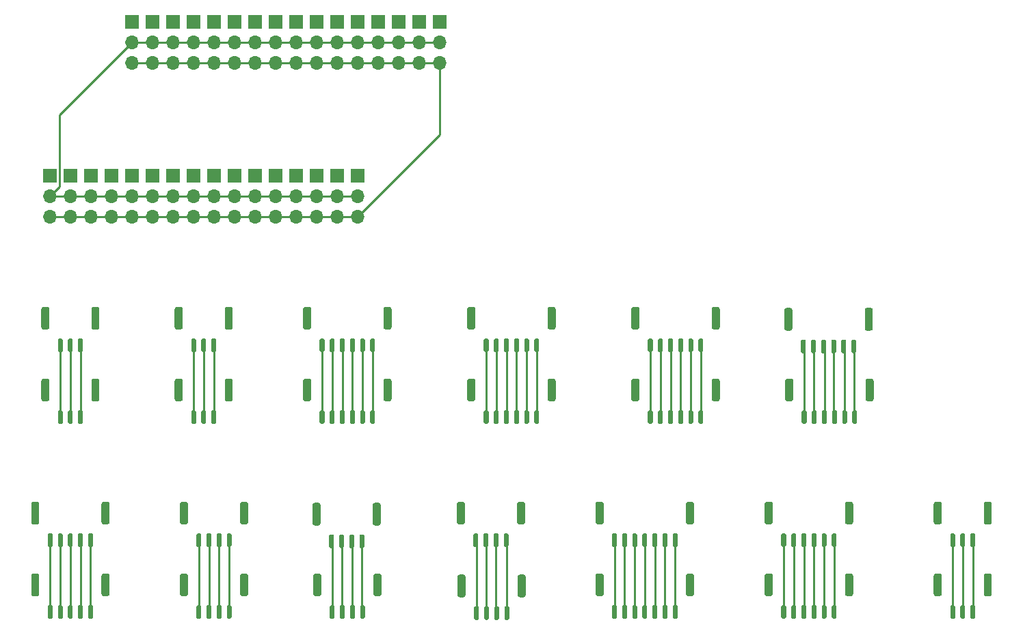
<source format=gtl>
%TF.GenerationSoftware,KiCad,Pcbnew,(5.1.10)-1*%
%TF.CreationDate,2021-11-27T12:55:31-07:00*%
%TF.ProjectId,SandboxBreakout,53616e64-626f-4784-9272-65616b6f7574,rev?*%
%TF.SameCoordinates,Original*%
%TF.FileFunction,Copper,L1,Top*%
%TF.FilePolarity,Positive*%
%FSLAX46Y46*%
G04 Gerber Fmt 4.6, Leading zero omitted, Abs format (unit mm)*
G04 Created by KiCad (PCBNEW (5.1.10)-1) date 2021-11-27 12:55:31*
%MOMM*%
%LPD*%
G01*
G04 APERTURE LIST*
%TA.AperFunction,ComponentPad*%
%ADD10O,1.700000X1.700000*%
%TD*%
%TA.AperFunction,ComponentPad*%
%ADD11R,1.700000X1.700000*%
%TD*%
%TA.AperFunction,Conductor*%
%ADD12C,0.250000*%
%TD*%
G04 APERTURE END LIST*
D10*
X25400000Y-80010000D03*
X25400000Y-77470000D03*
D11*
X25400000Y-74930000D03*
X27940000Y-74930000D03*
D10*
X27940000Y-77470000D03*
X27940000Y-80010000D03*
D11*
X30480000Y-74930000D03*
D10*
X30480000Y-77470000D03*
X30480000Y-80010000D03*
D11*
X33020000Y-74930000D03*
D10*
X33020000Y-77470000D03*
X33020000Y-80010000D03*
X35560000Y-60960000D03*
X35560000Y-58420000D03*
D11*
X35560000Y-55880000D03*
D10*
X38100000Y-60960000D03*
X38100000Y-58420000D03*
D11*
X38100000Y-55880000D03*
D10*
X40640000Y-60960000D03*
X40640000Y-58420000D03*
D11*
X40640000Y-55880000D03*
D10*
X43180000Y-60960000D03*
X43180000Y-58420000D03*
D11*
X43180000Y-55880000D03*
D10*
X35560000Y-80010000D03*
X35560000Y-77470000D03*
D11*
X35560000Y-74930000D03*
D10*
X40640000Y-80010000D03*
X40640000Y-77470000D03*
D11*
X40640000Y-74930000D03*
D10*
X45720000Y-80010000D03*
X45720000Y-77470000D03*
D11*
X45720000Y-74930000D03*
D10*
X55880000Y-80010000D03*
X55880000Y-77470000D03*
D11*
X55880000Y-74930000D03*
D10*
X50800000Y-80010000D03*
X50800000Y-77470000D03*
D11*
X50800000Y-74930000D03*
D10*
X55880000Y-60960000D03*
X55880000Y-58420000D03*
D11*
X55880000Y-55880000D03*
D10*
X60960000Y-60960000D03*
X60960000Y-58420000D03*
D11*
X60960000Y-55880000D03*
D10*
X71120000Y-60960000D03*
X71120000Y-58420000D03*
D11*
X71120000Y-55880000D03*
D10*
X45720000Y-60960000D03*
X45720000Y-58420000D03*
D11*
X45720000Y-55880000D03*
D10*
X66040000Y-60960000D03*
X66040000Y-58420000D03*
D11*
X66040000Y-55880000D03*
D10*
X50800000Y-60960000D03*
X50800000Y-58420000D03*
D11*
X50800000Y-55880000D03*
D10*
X60960000Y-80010000D03*
X60960000Y-77470000D03*
D11*
X60960000Y-74930000D03*
D10*
X38100000Y-80010000D03*
X38100000Y-77470000D03*
D11*
X38100000Y-74930000D03*
D10*
X43180000Y-80010000D03*
X43180000Y-77470000D03*
D11*
X43180000Y-74930000D03*
D10*
X48260000Y-80010000D03*
X48260000Y-77470000D03*
D11*
X48260000Y-74930000D03*
D10*
X48260000Y-60960000D03*
X48260000Y-58420000D03*
D11*
X48260000Y-55880000D03*
D10*
X63500000Y-80010000D03*
X63500000Y-77470000D03*
D11*
X63500000Y-74930000D03*
D10*
X63500000Y-60960000D03*
X63500000Y-58420000D03*
D11*
X63500000Y-55880000D03*
D10*
X73660000Y-60960000D03*
X73660000Y-58420000D03*
D11*
X73660000Y-55880000D03*
D10*
X68580000Y-60960000D03*
X68580000Y-58420000D03*
D11*
X68580000Y-55880000D03*
D10*
X53340000Y-80010000D03*
X53340000Y-77470000D03*
D11*
X53340000Y-74930000D03*
D10*
X58420000Y-60960000D03*
X58420000Y-58420000D03*
D11*
X58420000Y-55880000D03*
D10*
X58420000Y-80010000D03*
X58420000Y-77470000D03*
D11*
X58420000Y-74930000D03*
D10*
X53340000Y-60960000D03*
X53340000Y-58420000D03*
D11*
X53340000Y-55880000D03*
%TA.AperFunction,SMDPad,CuDef*%
G36*
G01*
X65455000Y-126750000D02*
X65455000Y-124450000D01*
G75*
G02*
X65705000Y-124200000I250000J0D01*
G01*
X66205000Y-124200000D01*
G75*
G02*
X66455000Y-124450000I0J-250000D01*
G01*
X66455000Y-126750000D01*
G75*
G02*
X66205000Y-127000000I-250000J0D01*
G01*
X65705000Y-127000000D01*
G75*
G02*
X65455000Y-126750000I0J250000D01*
G01*
G37*
%TD.AperFunction*%
%TA.AperFunction,SMDPad,CuDef*%
G36*
G01*
X58005000Y-126750000D02*
X58005000Y-124450000D01*
G75*
G02*
X58255000Y-124200000I250000J0D01*
G01*
X58755000Y-124200000D01*
G75*
G02*
X59005000Y-124450000I0J-250000D01*
G01*
X59005000Y-126750000D01*
G75*
G02*
X58755000Y-127000000I-250000J0D01*
G01*
X58255000Y-127000000D01*
G75*
G02*
X58005000Y-126750000I0J250000D01*
G01*
G37*
%TD.AperFunction*%
%TA.AperFunction,SMDPad,CuDef*%
G36*
G01*
X63805000Y-129650000D02*
X63805000Y-128250000D01*
G75*
G02*
X63955000Y-128100000I150000J0D01*
G01*
X64255000Y-128100000D01*
G75*
G02*
X64405000Y-128250000I0J-150000D01*
G01*
X64405000Y-129650000D01*
G75*
G02*
X64255000Y-129800000I-150000J0D01*
G01*
X63955000Y-129800000D01*
G75*
G02*
X63805000Y-129650000I0J150000D01*
G01*
G37*
%TD.AperFunction*%
%TA.AperFunction,SMDPad,CuDef*%
G36*
G01*
X62555000Y-129650000D02*
X62555000Y-128250000D01*
G75*
G02*
X62705000Y-128100000I150000J0D01*
G01*
X63005000Y-128100000D01*
G75*
G02*
X63155000Y-128250000I0J-150000D01*
G01*
X63155000Y-129650000D01*
G75*
G02*
X63005000Y-129800000I-150000J0D01*
G01*
X62705000Y-129800000D01*
G75*
G02*
X62555000Y-129650000I0J150000D01*
G01*
G37*
%TD.AperFunction*%
%TA.AperFunction,SMDPad,CuDef*%
G36*
G01*
X61305000Y-129650000D02*
X61305000Y-128250000D01*
G75*
G02*
X61455000Y-128100000I150000J0D01*
G01*
X61755000Y-128100000D01*
G75*
G02*
X61905000Y-128250000I0J-150000D01*
G01*
X61905000Y-129650000D01*
G75*
G02*
X61755000Y-129800000I-150000J0D01*
G01*
X61455000Y-129800000D01*
G75*
G02*
X61305000Y-129650000I0J150000D01*
G01*
G37*
%TD.AperFunction*%
%TA.AperFunction,SMDPad,CuDef*%
G36*
G01*
X60055000Y-129650000D02*
X60055000Y-128250000D01*
G75*
G02*
X60205000Y-128100000I150000J0D01*
G01*
X60505000Y-128100000D01*
G75*
G02*
X60655000Y-128250000I0J-150000D01*
G01*
X60655000Y-129650000D01*
G75*
G02*
X60505000Y-129800000I-150000J0D01*
G01*
X60205000Y-129800000D01*
G75*
G02*
X60055000Y-129650000I0J150000D01*
G01*
G37*
%TD.AperFunction*%
%TA.AperFunction,SMDPad,CuDef*%
G36*
G01*
X65370000Y-117990000D02*
X65370000Y-115690000D01*
G75*
G02*
X65620000Y-115440000I250000J0D01*
G01*
X66120000Y-115440000D01*
G75*
G02*
X66370000Y-115690000I0J-250000D01*
G01*
X66370000Y-117990000D01*
G75*
G02*
X66120000Y-118240000I-250000J0D01*
G01*
X65620000Y-118240000D01*
G75*
G02*
X65370000Y-117990000I0J250000D01*
G01*
G37*
%TD.AperFunction*%
%TA.AperFunction,SMDPad,CuDef*%
G36*
G01*
X57920000Y-117990000D02*
X57920000Y-115690000D01*
G75*
G02*
X58170000Y-115440000I250000J0D01*
G01*
X58670000Y-115440000D01*
G75*
G02*
X58920000Y-115690000I0J-250000D01*
G01*
X58920000Y-117990000D01*
G75*
G02*
X58670000Y-118240000I-250000J0D01*
G01*
X58170000Y-118240000D01*
G75*
G02*
X57920000Y-117990000I0J250000D01*
G01*
G37*
%TD.AperFunction*%
%TA.AperFunction,SMDPad,CuDef*%
G36*
G01*
X63720000Y-120890000D02*
X63720000Y-119490000D01*
G75*
G02*
X63870000Y-119340000I150000J0D01*
G01*
X64170000Y-119340000D01*
G75*
G02*
X64320000Y-119490000I0J-150000D01*
G01*
X64320000Y-120890000D01*
G75*
G02*
X64170000Y-121040000I-150000J0D01*
G01*
X63870000Y-121040000D01*
G75*
G02*
X63720000Y-120890000I0J150000D01*
G01*
G37*
%TD.AperFunction*%
%TA.AperFunction,SMDPad,CuDef*%
G36*
G01*
X62470000Y-120890000D02*
X62470000Y-119490000D01*
G75*
G02*
X62620000Y-119340000I150000J0D01*
G01*
X62920000Y-119340000D01*
G75*
G02*
X63070000Y-119490000I0J-150000D01*
G01*
X63070000Y-120890000D01*
G75*
G02*
X62920000Y-121040000I-150000J0D01*
G01*
X62620000Y-121040000D01*
G75*
G02*
X62470000Y-120890000I0J150000D01*
G01*
G37*
%TD.AperFunction*%
%TA.AperFunction,SMDPad,CuDef*%
G36*
G01*
X61220000Y-120890000D02*
X61220000Y-119490000D01*
G75*
G02*
X61370000Y-119340000I150000J0D01*
G01*
X61670000Y-119340000D01*
G75*
G02*
X61820000Y-119490000I0J-150000D01*
G01*
X61820000Y-120890000D01*
G75*
G02*
X61670000Y-121040000I-150000J0D01*
G01*
X61370000Y-121040000D01*
G75*
G02*
X61220000Y-120890000I0J150000D01*
G01*
G37*
%TD.AperFunction*%
%TA.AperFunction,SMDPad,CuDef*%
G36*
G01*
X59970000Y-120890000D02*
X59970000Y-119490000D01*
G75*
G02*
X60120000Y-119340000I150000J0D01*
G01*
X60420000Y-119340000D01*
G75*
G02*
X60570000Y-119490000I0J-150000D01*
G01*
X60570000Y-120890000D01*
G75*
G02*
X60420000Y-121040000I-150000J0D01*
G01*
X60120000Y-121040000D01*
G75*
G02*
X59970000Y-120890000I0J150000D01*
G01*
G37*
%TD.AperFunction*%
%TA.AperFunction,SMDPad,CuDef*%
G36*
G01*
X87025000Y-102620000D02*
X87025000Y-100320000D01*
G75*
G02*
X87275000Y-100070000I250000J0D01*
G01*
X87775000Y-100070000D01*
G75*
G02*
X88025000Y-100320000I0J-250000D01*
G01*
X88025000Y-102620000D01*
G75*
G02*
X87775000Y-102870000I-250000J0D01*
G01*
X87275000Y-102870000D01*
G75*
G02*
X87025000Y-102620000I0J250000D01*
G01*
G37*
%TD.AperFunction*%
%TA.AperFunction,SMDPad,CuDef*%
G36*
G01*
X77075000Y-102620000D02*
X77075000Y-100320000D01*
G75*
G02*
X77325000Y-100070000I250000J0D01*
G01*
X77825000Y-100070000D01*
G75*
G02*
X78075000Y-100320000I0J-250000D01*
G01*
X78075000Y-102620000D01*
G75*
G02*
X77825000Y-102870000I-250000J0D01*
G01*
X77325000Y-102870000D01*
G75*
G02*
X77075000Y-102620000I0J250000D01*
G01*
G37*
%TD.AperFunction*%
%TA.AperFunction,SMDPad,CuDef*%
G36*
G01*
X85375000Y-105520000D02*
X85375000Y-104120000D01*
G75*
G02*
X85525000Y-103970000I150000J0D01*
G01*
X85825000Y-103970000D01*
G75*
G02*
X85975000Y-104120000I0J-150000D01*
G01*
X85975000Y-105520000D01*
G75*
G02*
X85825000Y-105670000I-150000J0D01*
G01*
X85525000Y-105670000D01*
G75*
G02*
X85375000Y-105520000I0J150000D01*
G01*
G37*
%TD.AperFunction*%
%TA.AperFunction,SMDPad,CuDef*%
G36*
G01*
X84125000Y-105520000D02*
X84125000Y-104120000D01*
G75*
G02*
X84275000Y-103970000I150000J0D01*
G01*
X84575000Y-103970000D01*
G75*
G02*
X84725000Y-104120000I0J-150000D01*
G01*
X84725000Y-105520000D01*
G75*
G02*
X84575000Y-105670000I-150000J0D01*
G01*
X84275000Y-105670000D01*
G75*
G02*
X84125000Y-105520000I0J150000D01*
G01*
G37*
%TD.AperFunction*%
%TA.AperFunction,SMDPad,CuDef*%
G36*
G01*
X82875000Y-105520000D02*
X82875000Y-104120000D01*
G75*
G02*
X83025000Y-103970000I150000J0D01*
G01*
X83325000Y-103970000D01*
G75*
G02*
X83475000Y-104120000I0J-150000D01*
G01*
X83475000Y-105520000D01*
G75*
G02*
X83325000Y-105670000I-150000J0D01*
G01*
X83025000Y-105670000D01*
G75*
G02*
X82875000Y-105520000I0J150000D01*
G01*
G37*
%TD.AperFunction*%
%TA.AperFunction,SMDPad,CuDef*%
G36*
G01*
X81625000Y-105520000D02*
X81625000Y-104120000D01*
G75*
G02*
X81775000Y-103970000I150000J0D01*
G01*
X82075000Y-103970000D01*
G75*
G02*
X82225000Y-104120000I0J-150000D01*
G01*
X82225000Y-105520000D01*
G75*
G02*
X82075000Y-105670000I-150000J0D01*
G01*
X81775000Y-105670000D01*
G75*
G02*
X81625000Y-105520000I0J150000D01*
G01*
G37*
%TD.AperFunction*%
%TA.AperFunction,SMDPad,CuDef*%
G36*
G01*
X80375000Y-105520000D02*
X80375000Y-104120000D01*
G75*
G02*
X80525000Y-103970000I150000J0D01*
G01*
X80825000Y-103970000D01*
G75*
G02*
X80975000Y-104120000I0J-150000D01*
G01*
X80975000Y-105520000D01*
G75*
G02*
X80825000Y-105670000I-150000J0D01*
G01*
X80525000Y-105670000D01*
G75*
G02*
X80375000Y-105520000I0J150000D01*
G01*
G37*
%TD.AperFunction*%
%TA.AperFunction,SMDPad,CuDef*%
G36*
G01*
X79125000Y-105520000D02*
X79125000Y-104120000D01*
G75*
G02*
X79275000Y-103970000I150000J0D01*
G01*
X79575000Y-103970000D01*
G75*
G02*
X79725000Y-104120000I0J-150000D01*
G01*
X79725000Y-105520000D01*
G75*
G02*
X79575000Y-105670000I-150000J0D01*
G01*
X79275000Y-105670000D01*
G75*
G02*
X79125000Y-105520000I0J150000D01*
G01*
G37*
%TD.AperFunction*%
%TA.AperFunction,SMDPad,CuDef*%
G36*
G01*
X87025000Y-93730000D02*
X87025000Y-91430000D01*
G75*
G02*
X87275000Y-91180000I250000J0D01*
G01*
X87775000Y-91180000D01*
G75*
G02*
X88025000Y-91430000I0J-250000D01*
G01*
X88025000Y-93730000D01*
G75*
G02*
X87775000Y-93980000I-250000J0D01*
G01*
X87275000Y-93980000D01*
G75*
G02*
X87025000Y-93730000I0J250000D01*
G01*
G37*
%TD.AperFunction*%
%TA.AperFunction,SMDPad,CuDef*%
G36*
G01*
X77075000Y-93730000D02*
X77075000Y-91430000D01*
G75*
G02*
X77325000Y-91180000I250000J0D01*
G01*
X77825000Y-91180000D01*
G75*
G02*
X78075000Y-91430000I0J-250000D01*
G01*
X78075000Y-93730000D01*
G75*
G02*
X77825000Y-93980000I-250000J0D01*
G01*
X77325000Y-93980000D01*
G75*
G02*
X77075000Y-93730000I0J250000D01*
G01*
G37*
%TD.AperFunction*%
%TA.AperFunction,SMDPad,CuDef*%
G36*
G01*
X85375000Y-96630000D02*
X85375000Y-95230000D01*
G75*
G02*
X85525000Y-95080000I150000J0D01*
G01*
X85825000Y-95080000D01*
G75*
G02*
X85975000Y-95230000I0J-150000D01*
G01*
X85975000Y-96630000D01*
G75*
G02*
X85825000Y-96780000I-150000J0D01*
G01*
X85525000Y-96780000D01*
G75*
G02*
X85375000Y-96630000I0J150000D01*
G01*
G37*
%TD.AperFunction*%
%TA.AperFunction,SMDPad,CuDef*%
G36*
G01*
X84125000Y-96630000D02*
X84125000Y-95230000D01*
G75*
G02*
X84275000Y-95080000I150000J0D01*
G01*
X84575000Y-95080000D01*
G75*
G02*
X84725000Y-95230000I0J-150000D01*
G01*
X84725000Y-96630000D01*
G75*
G02*
X84575000Y-96780000I-150000J0D01*
G01*
X84275000Y-96780000D01*
G75*
G02*
X84125000Y-96630000I0J150000D01*
G01*
G37*
%TD.AperFunction*%
%TA.AperFunction,SMDPad,CuDef*%
G36*
G01*
X82875000Y-96630000D02*
X82875000Y-95230000D01*
G75*
G02*
X83025000Y-95080000I150000J0D01*
G01*
X83325000Y-95080000D01*
G75*
G02*
X83475000Y-95230000I0J-150000D01*
G01*
X83475000Y-96630000D01*
G75*
G02*
X83325000Y-96780000I-150000J0D01*
G01*
X83025000Y-96780000D01*
G75*
G02*
X82875000Y-96630000I0J150000D01*
G01*
G37*
%TD.AperFunction*%
%TA.AperFunction,SMDPad,CuDef*%
G36*
G01*
X81625000Y-96630000D02*
X81625000Y-95230000D01*
G75*
G02*
X81775000Y-95080000I150000J0D01*
G01*
X82075000Y-95080000D01*
G75*
G02*
X82225000Y-95230000I0J-150000D01*
G01*
X82225000Y-96630000D01*
G75*
G02*
X82075000Y-96780000I-150000J0D01*
G01*
X81775000Y-96780000D01*
G75*
G02*
X81625000Y-96630000I0J150000D01*
G01*
G37*
%TD.AperFunction*%
%TA.AperFunction,SMDPad,CuDef*%
G36*
G01*
X80375000Y-96630000D02*
X80375000Y-95230000D01*
G75*
G02*
X80525000Y-95080000I150000J0D01*
G01*
X80825000Y-95080000D01*
G75*
G02*
X80975000Y-95230000I0J-150000D01*
G01*
X80975000Y-96630000D01*
G75*
G02*
X80825000Y-96780000I-150000J0D01*
G01*
X80525000Y-96780000D01*
G75*
G02*
X80375000Y-96630000I0J150000D01*
G01*
G37*
%TD.AperFunction*%
%TA.AperFunction,SMDPad,CuDef*%
G36*
G01*
X79125000Y-96630000D02*
X79125000Y-95230000D01*
G75*
G02*
X79275000Y-95080000I150000J0D01*
G01*
X79575000Y-95080000D01*
G75*
G02*
X79725000Y-95230000I0J-150000D01*
G01*
X79725000Y-96630000D01*
G75*
G02*
X79575000Y-96780000I-150000J0D01*
G01*
X79275000Y-96780000D01*
G75*
G02*
X79125000Y-96630000I0J150000D01*
G01*
G37*
%TD.AperFunction*%
%TA.AperFunction,SMDPad,CuDef*%
G36*
G01*
X66705000Y-102620000D02*
X66705000Y-100320000D01*
G75*
G02*
X66955000Y-100070000I250000J0D01*
G01*
X67455000Y-100070000D01*
G75*
G02*
X67705000Y-100320000I0J-250000D01*
G01*
X67705000Y-102620000D01*
G75*
G02*
X67455000Y-102870000I-250000J0D01*
G01*
X66955000Y-102870000D01*
G75*
G02*
X66705000Y-102620000I0J250000D01*
G01*
G37*
%TD.AperFunction*%
%TA.AperFunction,SMDPad,CuDef*%
G36*
G01*
X56755000Y-102620000D02*
X56755000Y-100320000D01*
G75*
G02*
X57005000Y-100070000I250000J0D01*
G01*
X57505000Y-100070000D01*
G75*
G02*
X57755000Y-100320000I0J-250000D01*
G01*
X57755000Y-102620000D01*
G75*
G02*
X57505000Y-102870000I-250000J0D01*
G01*
X57005000Y-102870000D01*
G75*
G02*
X56755000Y-102620000I0J250000D01*
G01*
G37*
%TD.AperFunction*%
%TA.AperFunction,SMDPad,CuDef*%
G36*
G01*
X65055000Y-105520000D02*
X65055000Y-104120000D01*
G75*
G02*
X65205000Y-103970000I150000J0D01*
G01*
X65505000Y-103970000D01*
G75*
G02*
X65655000Y-104120000I0J-150000D01*
G01*
X65655000Y-105520000D01*
G75*
G02*
X65505000Y-105670000I-150000J0D01*
G01*
X65205000Y-105670000D01*
G75*
G02*
X65055000Y-105520000I0J150000D01*
G01*
G37*
%TD.AperFunction*%
%TA.AperFunction,SMDPad,CuDef*%
G36*
G01*
X63805000Y-105520000D02*
X63805000Y-104120000D01*
G75*
G02*
X63955000Y-103970000I150000J0D01*
G01*
X64255000Y-103970000D01*
G75*
G02*
X64405000Y-104120000I0J-150000D01*
G01*
X64405000Y-105520000D01*
G75*
G02*
X64255000Y-105670000I-150000J0D01*
G01*
X63955000Y-105670000D01*
G75*
G02*
X63805000Y-105520000I0J150000D01*
G01*
G37*
%TD.AperFunction*%
%TA.AperFunction,SMDPad,CuDef*%
G36*
G01*
X62555000Y-105520000D02*
X62555000Y-104120000D01*
G75*
G02*
X62705000Y-103970000I150000J0D01*
G01*
X63005000Y-103970000D01*
G75*
G02*
X63155000Y-104120000I0J-150000D01*
G01*
X63155000Y-105520000D01*
G75*
G02*
X63005000Y-105670000I-150000J0D01*
G01*
X62705000Y-105670000D01*
G75*
G02*
X62555000Y-105520000I0J150000D01*
G01*
G37*
%TD.AperFunction*%
%TA.AperFunction,SMDPad,CuDef*%
G36*
G01*
X61305000Y-105520000D02*
X61305000Y-104120000D01*
G75*
G02*
X61455000Y-103970000I150000J0D01*
G01*
X61755000Y-103970000D01*
G75*
G02*
X61905000Y-104120000I0J-150000D01*
G01*
X61905000Y-105520000D01*
G75*
G02*
X61755000Y-105670000I-150000J0D01*
G01*
X61455000Y-105670000D01*
G75*
G02*
X61305000Y-105520000I0J150000D01*
G01*
G37*
%TD.AperFunction*%
%TA.AperFunction,SMDPad,CuDef*%
G36*
G01*
X60055000Y-105520000D02*
X60055000Y-104120000D01*
G75*
G02*
X60205000Y-103970000I150000J0D01*
G01*
X60505000Y-103970000D01*
G75*
G02*
X60655000Y-104120000I0J-150000D01*
G01*
X60655000Y-105520000D01*
G75*
G02*
X60505000Y-105670000I-150000J0D01*
G01*
X60205000Y-105670000D01*
G75*
G02*
X60055000Y-105520000I0J150000D01*
G01*
G37*
%TD.AperFunction*%
%TA.AperFunction,SMDPad,CuDef*%
G36*
G01*
X58805000Y-105520000D02*
X58805000Y-104120000D01*
G75*
G02*
X58955000Y-103970000I150000J0D01*
G01*
X59255000Y-103970000D01*
G75*
G02*
X59405000Y-104120000I0J-150000D01*
G01*
X59405000Y-105520000D01*
G75*
G02*
X59255000Y-105670000I-150000J0D01*
G01*
X58955000Y-105670000D01*
G75*
G02*
X58805000Y-105520000I0J150000D01*
G01*
G37*
%TD.AperFunction*%
%TA.AperFunction,SMDPad,CuDef*%
G36*
G01*
X66705000Y-93730000D02*
X66705000Y-91430000D01*
G75*
G02*
X66955000Y-91180000I250000J0D01*
G01*
X67455000Y-91180000D01*
G75*
G02*
X67705000Y-91430000I0J-250000D01*
G01*
X67705000Y-93730000D01*
G75*
G02*
X67455000Y-93980000I-250000J0D01*
G01*
X66955000Y-93980000D01*
G75*
G02*
X66705000Y-93730000I0J250000D01*
G01*
G37*
%TD.AperFunction*%
%TA.AperFunction,SMDPad,CuDef*%
G36*
G01*
X56755000Y-93730000D02*
X56755000Y-91430000D01*
G75*
G02*
X57005000Y-91180000I250000J0D01*
G01*
X57505000Y-91180000D01*
G75*
G02*
X57755000Y-91430000I0J-250000D01*
G01*
X57755000Y-93730000D01*
G75*
G02*
X57505000Y-93980000I-250000J0D01*
G01*
X57005000Y-93980000D01*
G75*
G02*
X56755000Y-93730000I0J250000D01*
G01*
G37*
%TD.AperFunction*%
%TA.AperFunction,SMDPad,CuDef*%
G36*
G01*
X65055000Y-96630000D02*
X65055000Y-95230000D01*
G75*
G02*
X65205000Y-95080000I150000J0D01*
G01*
X65505000Y-95080000D01*
G75*
G02*
X65655000Y-95230000I0J-150000D01*
G01*
X65655000Y-96630000D01*
G75*
G02*
X65505000Y-96780000I-150000J0D01*
G01*
X65205000Y-96780000D01*
G75*
G02*
X65055000Y-96630000I0J150000D01*
G01*
G37*
%TD.AperFunction*%
%TA.AperFunction,SMDPad,CuDef*%
G36*
G01*
X63805000Y-96630000D02*
X63805000Y-95230000D01*
G75*
G02*
X63955000Y-95080000I150000J0D01*
G01*
X64255000Y-95080000D01*
G75*
G02*
X64405000Y-95230000I0J-150000D01*
G01*
X64405000Y-96630000D01*
G75*
G02*
X64255000Y-96780000I-150000J0D01*
G01*
X63955000Y-96780000D01*
G75*
G02*
X63805000Y-96630000I0J150000D01*
G01*
G37*
%TD.AperFunction*%
%TA.AperFunction,SMDPad,CuDef*%
G36*
G01*
X62555000Y-96630000D02*
X62555000Y-95230000D01*
G75*
G02*
X62705000Y-95080000I150000J0D01*
G01*
X63005000Y-95080000D01*
G75*
G02*
X63155000Y-95230000I0J-150000D01*
G01*
X63155000Y-96630000D01*
G75*
G02*
X63005000Y-96780000I-150000J0D01*
G01*
X62705000Y-96780000D01*
G75*
G02*
X62555000Y-96630000I0J150000D01*
G01*
G37*
%TD.AperFunction*%
%TA.AperFunction,SMDPad,CuDef*%
G36*
G01*
X61305000Y-96630000D02*
X61305000Y-95230000D01*
G75*
G02*
X61455000Y-95080000I150000J0D01*
G01*
X61755000Y-95080000D01*
G75*
G02*
X61905000Y-95230000I0J-150000D01*
G01*
X61905000Y-96630000D01*
G75*
G02*
X61755000Y-96780000I-150000J0D01*
G01*
X61455000Y-96780000D01*
G75*
G02*
X61305000Y-96630000I0J150000D01*
G01*
G37*
%TD.AperFunction*%
%TA.AperFunction,SMDPad,CuDef*%
G36*
G01*
X60055000Y-96630000D02*
X60055000Y-95230000D01*
G75*
G02*
X60205000Y-95080000I150000J0D01*
G01*
X60505000Y-95080000D01*
G75*
G02*
X60655000Y-95230000I0J-150000D01*
G01*
X60655000Y-96630000D01*
G75*
G02*
X60505000Y-96780000I-150000J0D01*
G01*
X60205000Y-96780000D01*
G75*
G02*
X60055000Y-96630000I0J150000D01*
G01*
G37*
%TD.AperFunction*%
%TA.AperFunction,SMDPad,CuDef*%
G36*
G01*
X58805000Y-96630000D02*
X58805000Y-95230000D01*
G75*
G02*
X58955000Y-95080000I150000J0D01*
G01*
X59255000Y-95080000D01*
G75*
G02*
X59405000Y-95230000I0J-150000D01*
G01*
X59405000Y-96630000D01*
G75*
G02*
X59255000Y-96780000I-150000J0D01*
G01*
X58955000Y-96780000D01*
G75*
G02*
X58805000Y-96630000I0J150000D01*
G01*
G37*
%TD.AperFunction*%
%TA.AperFunction,SMDPad,CuDef*%
G36*
G01*
X47050000Y-102620000D02*
X47050000Y-100320000D01*
G75*
G02*
X47300000Y-100070000I250000J0D01*
G01*
X47800000Y-100070000D01*
G75*
G02*
X48050000Y-100320000I0J-250000D01*
G01*
X48050000Y-102620000D01*
G75*
G02*
X47800000Y-102870000I-250000J0D01*
G01*
X47300000Y-102870000D01*
G75*
G02*
X47050000Y-102620000I0J250000D01*
G01*
G37*
%TD.AperFunction*%
%TA.AperFunction,SMDPad,CuDef*%
G36*
G01*
X40850000Y-102620000D02*
X40850000Y-100320000D01*
G75*
G02*
X41100000Y-100070000I250000J0D01*
G01*
X41600000Y-100070000D01*
G75*
G02*
X41850000Y-100320000I0J-250000D01*
G01*
X41850000Y-102620000D01*
G75*
G02*
X41600000Y-102870000I-250000J0D01*
G01*
X41100000Y-102870000D01*
G75*
G02*
X40850000Y-102620000I0J250000D01*
G01*
G37*
%TD.AperFunction*%
%TA.AperFunction,SMDPad,CuDef*%
G36*
G01*
X45400000Y-105520000D02*
X45400000Y-104120000D01*
G75*
G02*
X45550000Y-103970000I150000J0D01*
G01*
X45850000Y-103970000D01*
G75*
G02*
X46000000Y-104120000I0J-150000D01*
G01*
X46000000Y-105520000D01*
G75*
G02*
X45850000Y-105670000I-150000J0D01*
G01*
X45550000Y-105670000D01*
G75*
G02*
X45400000Y-105520000I0J150000D01*
G01*
G37*
%TD.AperFunction*%
%TA.AperFunction,SMDPad,CuDef*%
G36*
G01*
X44150000Y-105520000D02*
X44150000Y-104120000D01*
G75*
G02*
X44300000Y-103970000I150000J0D01*
G01*
X44600000Y-103970000D01*
G75*
G02*
X44750000Y-104120000I0J-150000D01*
G01*
X44750000Y-105520000D01*
G75*
G02*
X44600000Y-105670000I-150000J0D01*
G01*
X44300000Y-105670000D01*
G75*
G02*
X44150000Y-105520000I0J150000D01*
G01*
G37*
%TD.AperFunction*%
%TA.AperFunction,SMDPad,CuDef*%
G36*
G01*
X42900000Y-105520000D02*
X42900000Y-104120000D01*
G75*
G02*
X43050000Y-103970000I150000J0D01*
G01*
X43350000Y-103970000D01*
G75*
G02*
X43500000Y-104120000I0J-150000D01*
G01*
X43500000Y-105520000D01*
G75*
G02*
X43350000Y-105670000I-150000J0D01*
G01*
X43050000Y-105670000D01*
G75*
G02*
X42900000Y-105520000I0J150000D01*
G01*
G37*
%TD.AperFunction*%
%TA.AperFunction,SMDPad,CuDef*%
G36*
G01*
X47050000Y-93730000D02*
X47050000Y-91430000D01*
G75*
G02*
X47300000Y-91180000I250000J0D01*
G01*
X47800000Y-91180000D01*
G75*
G02*
X48050000Y-91430000I0J-250000D01*
G01*
X48050000Y-93730000D01*
G75*
G02*
X47800000Y-93980000I-250000J0D01*
G01*
X47300000Y-93980000D01*
G75*
G02*
X47050000Y-93730000I0J250000D01*
G01*
G37*
%TD.AperFunction*%
%TA.AperFunction,SMDPad,CuDef*%
G36*
G01*
X40850000Y-93730000D02*
X40850000Y-91430000D01*
G75*
G02*
X41100000Y-91180000I250000J0D01*
G01*
X41600000Y-91180000D01*
G75*
G02*
X41850000Y-91430000I0J-250000D01*
G01*
X41850000Y-93730000D01*
G75*
G02*
X41600000Y-93980000I-250000J0D01*
G01*
X41100000Y-93980000D01*
G75*
G02*
X40850000Y-93730000I0J250000D01*
G01*
G37*
%TD.AperFunction*%
%TA.AperFunction,SMDPad,CuDef*%
G36*
G01*
X45400000Y-96630000D02*
X45400000Y-95230000D01*
G75*
G02*
X45550000Y-95080000I150000J0D01*
G01*
X45850000Y-95080000D01*
G75*
G02*
X46000000Y-95230000I0J-150000D01*
G01*
X46000000Y-96630000D01*
G75*
G02*
X45850000Y-96780000I-150000J0D01*
G01*
X45550000Y-96780000D01*
G75*
G02*
X45400000Y-96630000I0J150000D01*
G01*
G37*
%TD.AperFunction*%
%TA.AperFunction,SMDPad,CuDef*%
G36*
G01*
X44150000Y-96630000D02*
X44150000Y-95230000D01*
G75*
G02*
X44300000Y-95080000I150000J0D01*
G01*
X44600000Y-95080000D01*
G75*
G02*
X44750000Y-95230000I0J-150000D01*
G01*
X44750000Y-96630000D01*
G75*
G02*
X44600000Y-96780000I-150000J0D01*
G01*
X44300000Y-96780000D01*
G75*
G02*
X44150000Y-96630000I0J150000D01*
G01*
G37*
%TD.AperFunction*%
%TA.AperFunction,SMDPad,CuDef*%
G36*
G01*
X42900000Y-96630000D02*
X42900000Y-95230000D01*
G75*
G02*
X43050000Y-95080000I150000J0D01*
G01*
X43350000Y-95080000D01*
G75*
G02*
X43500000Y-95230000I0J-150000D01*
G01*
X43500000Y-96630000D01*
G75*
G02*
X43350000Y-96780000I-150000J0D01*
G01*
X43050000Y-96780000D01*
G75*
G02*
X42900000Y-96630000I0J150000D01*
G01*
G37*
%TD.AperFunction*%
%TA.AperFunction,SMDPad,CuDef*%
G36*
G01*
X30540000Y-102620000D02*
X30540000Y-100320000D01*
G75*
G02*
X30790000Y-100070000I250000J0D01*
G01*
X31290000Y-100070000D01*
G75*
G02*
X31540000Y-100320000I0J-250000D01*
G01*
X31540000Y-102620000D01*
G75*
G02*
X31290000Y-102870000I-250000J0D01*
G01*
X30790000Y-102870000D01*
G75*
G02*
X30540000Y-102620000I0J250000D01*
G01*
G37*
%TD.AperFunction*%
%TA.AperFunction,SMDPad,CuDef*%
G36*
G01*
X24340000Y-102620000D02*
X24340000Y-100320000D01*
G75*
G02*
X24590000Y-100070000I250000J0D01*
G01*
X25090000Y-100070000D01*
G75*
G02*
X25340000Y-100320000I0J-250000D01*
G01*
X25340000Y-102620000D01*
G75*
G02*
X25090000Y-102870000I-250000J0D01*
G01*
X24590000Y-102870000D01*
G75*
G02*
X24340000Y-102620000I0J250000D01*
G01*
G37*
%TD.AperFunction*%
%TA.AperFunction,SMDPad,CuDef*%
G36*
G01*
X28890000Y-105520000D02*
X28890000Y-104120000D01*
G75*
G02*
X29040000Y-103970000I150000J0D01*
G01*
X29340000Y-103970000D01*
G75*
G02*
X29490000Y-104120000I0J-150000D01*
G01*
X29490000Y-105520000D01*
G75*
G02*
X29340000Y-105670000I-150000J0D01*
G01*
X29040000Y-105670000D01*
G75*
G02*
X28890000Y-105520000I0J150000D01*
G01*
G37*
%TD.AperFunction*%
%TA.AperFunction,SMDPad,CuDef*%
G36*
G01*
X27640000Y-105520000D02*
X27640000Y-104120000D01*
G75*
G02*
X27790000Y-103970000I150000J0D01*
G01*
X28090000Y-103970000D01*
G75*
G02*
X28240000Y-104120000I0J-150000D01*
G01*
X28240000Y-105520000D01*
G75*
G02*
X28090000Y-105670000I-150000J0D01*
G01*
X27790000Y-105670000D01*
G75*
G02*
X27640000Y-105520000I0J150000D01*
G01*
G37*
%TD.AperFunction*%
%TA.AperFunction,SMDPad,CuDef*%
G36*
G01*
X26390000Y-105520000D02*
X26390000Y-104120000D01*
G75*
G02*
X26540000Y-103970000I150000J0D01*
G01*
X26840000Y-103970000D01*
G75*
G02*
X26990000Y-104120000I0J-150000D01*
G01*
X26990000Y-105520000D01*
G75*
G02*
X26840000Y-105670000I-150000J0D01*
G01*
X26540000Y-105670000D01*
G75*
G02*
X26390000Y-105520000I0J150000D01*
G01*
G37*
%TD.AperFunction*%
%TA.AperFunction,SMDPad,CuDef*%
G36*
G01*
X104160000Y-126750000D02*
X104160000Y-124450000D01*
G75*
G02*
X104410000Y-124200000I250000J0D01*
G01*
X104910000Y-124200000D01*
G75*
G02*
X105160000Y-124450000I0J-250000D01*
G01*
X105160000Y-126750000D01*
G75*
G02*
X104910000Y-127000000I-250000J0D01*
G01*
X104410000Y-127000000D01*
G75*
G02*
X104160000Y-126750000I0J250000D01*
G01*
G37*
%TD.AperFunction*%
%TA.AperFunction,SMDPad,CuDef*%
G36*
G01*
X92960000Y-126750000D02*
X92960000Y-124450000D01*
G75*
G02*
X93210000Y-124200000I250000J0D01*
G01*
X93710000Y-124200000D01*
G75*
G02*
X93960000Y-124450000I0J-250000D01*
G01*
X93960000Y-126750000D01*
G75*
G02*
X93710000Y-127000000I-250000J0D01*
G01*
X93210000Y-127000000D01*
G75*
G02*
X92960000Y-126750000I0J250000D01*
G01*
G37*
%TD.AperFunction*%
%TA.AperFunction,SMDPad,CuDef*%
G36*
G01*
X102510000Y-129650000D02*
X102510000Y-128250000D01*
G75*
G02*
X102660000Y-128100000I150000J0D01*
G01*
X102960000Y-128100000D01*
G75*
G02*
X103110000Y-128250000I0J-150000D01*
G01*
X103110000Y-129650000D01*
G75*
G02*
X102960000Y-129800000I-150000J0D01*
G01*
X102660000Y-129800000D01*
G75*
G02*
X102510000Y-129650000I0J150000D01*
G01*
G37*
%TD.AperFunction*%
%TA.AperFunction,SMDPad,CuDef*%
G36*
G01*
X101260000Y-129650000D02*
X101260000Y-128250000D01*
G75*
G02*
X101410000Y-128100000I150000J0D01*
G01*
X101710000Y-128100000D01*
G75*
G02*
X101860000Y-128250000I0J-150000D01*
G01*
X101860000Y-129650000D01*
G75*
G02*
X101710000Y-129800000I-150000J0D01*
G01*
X101410000Y-129800000D01*
G75*
G02*
X101260000Y-129650000I0J150000D01*
G01*
G37*
%TD.AperFunction*%
%TA.AperFunction,SMDPad,CuDef*%
G36*
G01*
X100010000Y-129650000D02*
X100010000Y-128250000D01*
G75*
G02*
X100160000Y-128100000I150000J0D01*
G01*
X100460000Y-128100000D01*
G75*
G02*
X100610000Y-128250000I0J-150000D01*
G01*
X100610000Y-129650000D01*
G75*
G02*
X100460000Y-129800000I-150000J0D01*
G01*
X100160000Y-129800000D01*
G75*
G02*
X100010000Y-129650000I0J150000D01*
G01*
G37*
%TD.AperFunction*%
%TA.AperFunction,SMDPad,CuDef*%
G36*
G01*
X98760000Y-129650000D02*
X98760000Y-128250000D01*
G75*
G02*
X98910000Y-128100000I150000J0D01*
G01*
X99210000Y-128100000D01*
G75*
G02*
X99360000Y-128250000I0J-150000D01*
G01*
X99360000Y-129650000D01*
G75*
G02*
X99210000Y-129800000I-150000J0D01*
G01*
X98910000Y-129800000D01*
G75*
G02*
X98760000Y-129650000I0J150000D01*
G01*
G37*
%TD.AperFunction*%
%TA.AperFunction,SMDPad,CuDef*%
G36*
G01*
X97510000Y-129650000D02*
X97510000Y-128250000D01*
G75*
G02*
X97660000Y-128100000I150000J0D01*
G01*
X97960000Y-128100000D01*
G75*
G02*
X98110000Y-128250000I0J-150000D01*
G01*
X98110000Y-129650000D01*
G75*
G02*
X97960000Y-129800000I-150000J0D01*
G01*
X97660000Y-129800000D01*
G75*
G02*
X97510000Y-129650000I0J150000D01*
G01*
G37*
%TD.AperFunction*%
%TA.AperFunction,SMDPad,CuDef*%
G36*
G01*
X96260000Y-129650000D02*
X96260000Y-128250000D01*
G75*
G02*
X96410000Y-128100000I150000J0D01*
G01*
X96710000Y-128100000D01*
G75*
G02*
X96860000Y-128250000I0J-150000D01*
G01*
X96860000Y-129650000D01*
G75*
G02*
X96710000Y-129800000I-150000J0D01*
G01*
X96410000Y-129800000D01*
G75*
G02*
X96260000Y-129650000I0J150000D01*
G01*
G37*
%TD.AperFunction*%
%TA.AperFunction,SMDPad,CuDef*%
G36*
G01*
X95010000Y-129650000D02*
X95010000Y-128250000D01*
G75*
G02*
X95160000Y-128100000I150000J0D01*
G01*
X95460000Y-128100000D01*
G75*
G02*
X95610000Y-128250000I0J-150000D01*
G01*
X95610000Y-129650000D01*
G75*
G02*
X95460000Y-129800000I-150000J0D01*
G01*
X95160000Y-129800000D01*
G75*
G02*
X95010000Y-129650000I0J150000D01*
G01*
G37*
%TD.AperFunction*%
%TA.AperFunction,SMDPad,CuDef*%
G36*
G01*
X104160000Y-117860000D02*
X104160000Y-115560000D01*
G75*
G02*
X104410000Y-115310000I250000J0D01*
G01*
X104910000Y-115310000D01*
G75*
G02*
X105160000Y-115560000I0J-250000D01*
G01*
X105160000Y-117860000D01*
G75*
G02*
X104910000Y-118110000I-250000J0D01*
G01*
X104410000Y-118110000D01*
G75*
G02*
X104160000Y-117860000I0J250000D01*
G01*
G37*
%TD.AperFunction*%
%TA.AperFunction,SMDPad,CuDef*%
G36*
G01*
X92960000Y-117860000D02*
X92960000Y-115560000D01*
G75*
G02*
X93210000Y-115310000I250000J0D01*
G01*
X93710000Y-115310000D01*
G75*
G02*
X93960000Y-115560000I0J-250000D01*
G01*
X93960000Y-117860000D01*
G75*
G02*
X93710000Y-118110000I-250000J0D01*
G01*
X93210000Y-118110000D01*
G75*
G02*
X92960000Y-117860000I0J250000D01*
G01*
G37*
%TD.AperFunction*%
%TA.AperFunction,SMDPad,CuDef*%
G36*
G01*
X102510000Y-120760000D02*
X102510000Y-119360000D01*
G75*
G02*
X102660000Y-119210000I150000J0D01*
G01*
X102960000Y-119210000D01*
G75*
G02*
X103110000Y-119360000I0J-150000D01*
G01*
X103110000Y-120760000D01*
G75*
G02*
X102960000Y-120910000I-150000J0D01*
G01*
X102660000Y-120910000D01*
G75*
G02*
X102510000Y-120760000I0J150000D01*
G01*
G37*
%TD.AperFunction*%
%TA.AperFunction,SMDPad,CuDef*%
G36*
G01*
X101260000Y-120760000D02*
X101260000Y-119360000D01*
G75*
G02*
X101410000Y-119210000I150000J0D01*
G01*
X101710000Y-119210000D01*
G75*
G02*
X101860000Y-119360000I0J-150000D01*
G01*
X101860000Y-120760000D01*
G75*
G02*
X101710000Y-120910000I-150000J0D01*
G01*
X101410000Y-120910000D01*
G75*
G02*
X101260000Y-120760000I0J150000D01*
G01*
G37*
%TD.AperFunction*%
%TA.AperFunction,SMDPad,CuDef*%
G36*
G01*
X100010000Y-120760000D02*
X100010000Y-119360000D01*
G75*
G02*
X100160000Y-119210000I150000J0D01*
G01*
X100460000Y-119210000D01*
G75*
G02*
X100610000Y-119360000I0J-150000D01*
G01*
X100610000Y-120760000D01*
G75*
G02*
X100460000Y-120910000I-150000J0D01*
G01*
X100160000Y-120910000D01*
G75*
G02*
X100010000Y-120760000I0J150000D01*
G01*
G37*
%TD.AperFunction*%
%TA.AperFunction,SMDPad,CuDef*%
G36*
G01*
X98760000Y-120760000D02*
X98760000Y-119360000D01*
G75*
G02*
X98910000Y-119210000I150000J0D01*
G01*
X99210000Y-119210000D01*
G75*
G02*
X99360000Y-119360000I0J-150000D01*
G01*
X99360000Y-120760000D01*
G75*
G02*
X99210000Y-120910000I-150000J0D01*
G01*
X98910000Y-120910000D01*
G75*
G02*
X98760000Y-120760000I0J150000D01*
G01*
G37*
%TD.AperFunction*%
%TA.AperFunction,SMDPad,CuDef*%
G36*
G01*
X97510000Y-120760000D02*
X97510000Y-119360000D01*
G75*
G02*
X97660000Y-119210000I150000J0D01*
G01*
X97960000Y-119210000D01*
G75*
G02*
X98110000Y-119360000I0J-150000D01*
G01*
X98110000Y-120760000D01*
G75*
G02*
X97960000Y-120910000I-150000J0D01*
G01*
X97660000Y-120910000D01*
G75*
G02*
X97510000Y-120760000I0J150000D01*
G01*
G37*
%TD.AperFunction*%
%TA.AperFunction,SMDPad,CuDef*%
G36*
G01*
X96260000Y-120760000D02*
X96260000Y-119360000D01*
G75*
G02*
X96410000Y-119210000I150000J0D01*
G01*
X96710000Y-119210000D01*
G75*
G02*
X96860000Y-119360000I0J-150000D01*
G01*
X96860000Y-120760000D01*
G75*
G02*
X96710000Y-120910000I-150000J0D01*
G01*
X96410000Y-120910000D01*
G75*
G02*
X96260000Y-120760000I0J150000D01*
G01*
G37*
%TD.AperFunction*%
%TA.AperFunction,SMDPad,CuDef*%
G36*
G01*
X95010000Y-120760000D02*
X95010000Y-119360000D01*
G75*
G02*
X95160000Y-119210000I150000J0D01*
G01*
X95460000Y-119210000D01*
G75*
G02*
X95610000Y-119360000I0J-150000D01*
G01*
X95610000Y-120760000D01*
G75*
G02*
X95460000Y-120910000I-150000J0D01*
G01*
X95160000Y-120910000D01*
G75*
G02*
X95010000Y-120760000I0J150000D01*
G01*
G37*
%TD.AperFunction*%
%TA.AperFunction,SMDPad,CuDef*%
G36*
G01*
X107345000Y-102620000D02*
X107345000Y-100320000D01*
G75*
G02*
X107595000Y-100070000I250000J0D01*
G01*
X108095000Y-100070000D01*
G75*
G02*
X108345000Y-100320000I0J-250000D01*
G01*
X108345000Y-102620000D01*
G75*
G02*
X108095000Y-102870000I-250000J0D01*
G01*
X107595000Y-102870000D01*
G75*
G02*
X107345000Y-102620000I0J250000D01*
G01*
G37*
%TD.AperFunction*%
%TA.AperFunction,SMDPad,CuDef*%
G36*
G01*
X97395000Y-102620000D02*
X97395000Y-100320000D01*
G75*
G02*
X97645000Y-100070000I250000J0D01*
G01*
X98145000Y-100070000D01*
G75*
G02*
X98395000Y-100320000I0J-250000D01*
G01*
X98395000Y-102620000D01*
G75*
G02*
X98145000Y-102870000I-250000J0D01*
G01*
X97645000Y-102870000D01*
G75*
G02*
X97395000Y-102620000I0J250000D01*
G01*
G37*
%TD.AperFunction*%
%TA.AperFunction,SMDPad,CuDef*%
G36*
G01*
X105695000Y-105520000D02*
X105695000Y-104120000D01*
G75*
G02*
X105845000Y-103970000I150000J0D01*
G01*
X106145000Y-103970000D01*
G75*
G02*
X106295000Y-104120000I0J-150000D01*
G01*
X106295000Y-105520000D01*
G75*
G02*
X106145000Y-105670000I-150000J0D01*
G01*
X105845000Y-105670000D01*
G75*
G02*
X105695000Y-105520000I0J150000D01*
G01*
G37*
%TD.AperFunction*%
%TA.AperFunction,SMDPad,CuDef*%
G36*
G01*
X104445000Y-105520000D02*
X104445000Y-104120000D01*
G75*
G02*
X104595000Y-103970000I150000J0D01*
G01*
X104895000Y-103970000D01*
G75*
G02*
X105045000Y-104120000I0J-150000D01*
G01*
X105045000Y-105520000D01*
G75*
G02*
X104895000Y-105670000I-150000J0D01*
G01*
X104595000Y-105670000D01*
G75*
G02*
X104445000Y-105520000I0J150000D01*
G01*
G37*
%TD.AperFunction*%
%TA.AperFunction,SMDPad,CuDef*%
G36*
G01*
X103195000Y-105520000D02*
X103195000Y-104120000D01*
G75*
G02*
X103345000Y-103970000I150000J0D01*
G01*
X103645000Y-103970000D01*
G75*
G02*
X103795000Y-104120000I0J-150000D01*
G01*
X103795000Y-105520000D01*
G75*
G02*
X103645000Y-105670000I-150000J0D01*
G01*
X103345000Y-105670000D01*
G75*
G02*
X103195000Y-105520000I0J150000D01*
G01*
G37*
%TD.AperFunction*%
%TA.AperFunction,SMDPad,CuDef*%
G36*
G01*
X101945000Y-105520000D02*
X101945000Y-104120000D01*
G75*
G02*
X102095000Y-103970000I150000J0D01*
G01*
X102395000Y-103970000D01*
G75*
G02*
X102545000Y-104120000I0J-150000D01*
G01*
X102545000Y-105520000D01*
G75*
G02*
X102395000Y-105670000I-150000J0D01*
G01*
X102095000Y-105670000D01*
G75*
G02*
X101945000Y-105520000I0J150000D01*
G01*
G37*
%TD.AperFunction*%
%TA.AperFunction,SMDPad,CuDef*%
G36*
G01*
X100695000Y-105520000D02*
X100695000Y-104120000D01*
G75*
G02*
X100845000Y-103970000I150000J0D01*
G01*
X101145000Y-103970000D01*
G75*
G02*
X101295000Y-104120000I0J-150000D01*
G01*
X101295000Y-105520000D01*
G75*
G02*
X101145000Y-105670000I-150000J0D01*
G01*
X100845000Y-105670000D01*
G75*
G02*
X100695000Y-105520000I0J150000D01*
G01*
G37*
%TD.AperFunction*%
%TA.AperFunction,SMDPad,CuDef*%
G36*
G01*
X99445000Y-105520000D02*
X99445000Y-104120000D01*
G75*
G02*
X99595000Y-103970000I150000J0D01*
G01*
X99895000Y-103970000D01*
G75*
G02*
X100045000Y-104120000I0J-150000D01*
G01*
X100045000Y-105520000D01*
G75*
G02*
X99895000Y-105670000I-150000J0D01*
G01*
X99595000Y-105670000D01*
G75*
G02*
X99445000Y-105520000I0J150000D01*
G01*
G37*
%TD.AperFunction*%
%TA.AperFunction,SMDPad,CuDef*%
G36*
G01*
X107345000Y-93730000D02*
X107345000Y-91430000D01*
G75*
G02*
X107595000Y-91180000I250000J0D01*
G01*
X108095000Y-91180000D01*
G75*
G02*
X108345000Y-91430000I0J-250000D01*
G01*
X108345000Y-93730000D01*
G75*
G02*
X108095000Y-93980000I-250000J0D01*
G01*
X107595000Y-93980000D01*
G75*
G02*
X107345000Y-93730000I0J250000D01*
G01*
G37*
%TD.AperFunction*%
%TA.AperFunction,SMDPad,CuDef*%
G36*
G01*
X97395000Y-93730000D02*
X97395000Y-91430000D01*
G75*
G02*
X97645000Y-91180000I250000J0D01*
G01*
X98145000Y-91180000D01*
G75*
G02*
X98395000Y-91430000I0J-250000D01*
G01*
X98395000Y-93730000D01*
G75*
G02*
X98145000Y-93980000I-250000J0D01*
G01*
X97645000Y-93980000D01*
G75*
G02*
X97395000Y-93730000I0J250000D01*
G01*
G37*
%TD.AperFunction*%
%TA.AperFunction,SMDPad,CuDef*%
G36*
G01*
X105695000Y-96630000D02*
X105695000Y-95230000D01*
G75*
G02*
X105845000Y-95080000I150000J0D01*
G01*
X106145000Y-95080000D01*
G75*
G02*
X106295000Y-95230000I0J-150000D01*
G01*
X106295000Y-96630000D01*
G75*
G02*
X106145000Y-96780000I-150000J0D01*
G01*
X105845000Y-96780000D01*
G75*
G02*
X105695000Y-96630000I0J150000D01*
G01*
G37*
%TD.AperFunction*%
%TA.AperFunction,SMDPad,CuDef*%
G36*
G01*
X104445000Y-96630000D02*
X104445000Y-95230000D01*
G75*
G02*
X104595000Y-95080000I150000J0D01*
G01*
X104895000Y-95080000D01*
G75*
G02*
X105045000Y-95230000I0J-150000D01*
G01*
X105045000Y-96630000D01*
G75*
G02*
X104895000Y-96780000I-150000J0D01*
G01*
X104595000Y-96780000D01*
G75*
G02*
X104445000Y-96630000I0J150000D01*
G01*
G37*
%TD.AperFunction*%
%TA.AperFunction,SMDPad,CuDef*%
G36*
G01*
X103195000Y-96630000D02*
X103195000Y-95230000D01*
G75*
G02*
X103345000Y-95080000I150000J0D01*
G01*
X103645000Y-95080000D01*
G75*
G02*
X103795000Y-95230000I0J-150000D01*
G01*
X103795000Y-96630000D01*
G75*
G02*
X103645000Y-96780000I-150000J0D01*
G01*
X103345000Y-96780000D01*
G75*
G02*
X103195000Y-96630000I0J150000D01*
G01*
G37*
%TD.AperFunction*%
%TA.AperFunction,SMDPad,CuDef*%
G36*
G01*
X101945000Y-96630000D02*
X101945000Y-95230000D01*
G75*
G02*
X102095000Y-95080000I150000J0D01*
G01*
X102395000Y-95080000D01*
G75*
G02*
X102545000Y-95230000I0J-150000D01*
G01*
X102545000Y-96630000D01*
G75*
G02*
X102395000Y-96780000I-150000J0D01*
G01*
X102095000Y-96780000D01*
G75*
G02*
X101945000Y-96630000I0J150000D01*
G01*
G37*
%TD.AperFunction*%
%TA.AperFunction,SMDPad,CuDef*%
G36*
G01*
X100695000Y-96630000D02*
X100695000Y-95230000D01*
G75*
G02*
X100845000Y-95080000I150000J0D01*
G01*
X101145000Y-95080000D01*
G75*
G02*
X101295000Y-95230000I0J-150000D01*
G01*
X101295000Y-96630000D01*
G75*
G02*
X101145000Y-96780000I-150000J0D01*
G01*
X100845000Y-96780000D01*
G75*
G02*
X100695000Y-96630000I0J150000D01*
G01*
G37*
%TD.AperFunction*%
%TA.AperFunction,SMDPad,CuDef*%
G36*
G01*
X99445000Y-96630000D02*
X99445000Y-95230000D01*
G75*
G02*
X99595000Y-95080000I150000J0D01*
G01*
X99895000Y-95080000D01*
G75*
G02*
X100045000Y-95230000I0J-150000D01*
G01*
X100045000Y-96630000D01*
G75*
G02*
X99895000Y-96780000I-150000J0D01*
G01*
X99595000Y-96780000D01*
G75*
G02*
X99445000Y-96630000I0J150000D01*
G01*
G37*
%TD.AperFunction*%
%TA.AperFunction,SMDPad,CuDef*%
G36*
G01*
X123855000Y-126750000D02*
X123855000Y-124450000D01*
G75*
G02*
X124105000Y-124200000I250000J0D01*
G01*
X124605000Y-124200000D01*
G75*
G02*
X124855000Y-124450000I0J-250000D01*
G01*
X124855000Y-126750000D01*
G75*
G02*
X124605000Y-127000000I-250000J0D01*
G01*
X124105000Y-127000000D01*
G75*
G02*
X123855000Y-126750000I0J250000D01*
G01*
G37*
%TD.AperFunction*%
%TA.AperFunction,SMDPad,CuDef*%
G36*
G01*
X113905000Y-126750000D02*
X113905000Y-124450000D01*
G75*
G02*
X114155000Y-124200000I250000J0D01*
G01*
X114655000Y-124200000D01*
G75*
G02*
X114905000Y-124450000I0J-250000D01*
G01*
X114905000Y-126750000D01*
G75*
G02*
X114655000Y-127000000I-250000J0D01*
G01*
X114155000Y-127000000D01*
G75*
G02*
X113905000Y-126750000I0J250000D01*
G01*
G37*
%TD.AperFunction*%
%TA.AperFunction,SMDPad,CuDef*%
G36*
G01*
X122205000Y-129650000D02*
X122205000Y-128250000D01*
G75*
G02*
X122355000Y-128100000I150000J0D01*
G01*
X122655000Y-128100000D01*
G75*
G02*
X122805000Y-128250000I0J-150000D01*
G01*
X122805000Y-129650000D01*
G75*
G02*
X122655000Y-129800000I-150000J0D01*
G01*
X122355000Y-129800000D01*
G75*
G02*
X122205000Y-129650000I0J150000D01*
G01*
G37*
%TD.AperFunction*%
%TA.AperFunction,SMDPad,CuDef*%
G36*
G01*
X120955000Y-129650000D02*
X120955000Y-128250000D01*
G75*
G02*
X121105000Y-128100000I150000J0D01*
G01*
X121405000Y-128100000D01*
G75*
G02*
X121555000Y-128250000I0J-150000D01*
G01*
X121555000Y-129650000D01*
G75*
G02*
X121405000Y-129800000I-150000J0D01*
G01*
X121105000Y-129800000D01*
G75*
G02*
X120955000Y-129650000I0J150000D01*
G01*
G37*
%TD.AperFunction*%
%TA.AperFunction,SMDPad,CuDef*%
G36*
G01*
X119705000Y-129650000D02*
X119705000Y-128250000D01*
G75*
G02*
X119855000Y-128100000I150000J0D01*
G01*
X120155000Y-128100000D01*
G75*
G02*
X120305000Y-128250000I0J-150000D01*
G01*
X120305000Y-129650000D01*
G75*
G02*
X120155000Y-129800000I-150000J0D01*
G01*
X119855000Y-129800000D01*
G75*
G02*
X119705000Y-129650000I0J150000D01*
G01*
G37*
%TD.AperFunction*%
%TA.AperFunction,SMDPad,CuDef*%
G36*
G01*
X118455000Y-129650000D02*
X118455000Y-128250000D01*
G75*
G02*
X118605000Y-128100000I150000J0D01*
G01*
X118905000Y-128100000D01*
G75*
G02*
X119055000Y-128250000I0J-150000D01*
G01*
X119055000Y-129650000D01*
G75*
G02*
X118905000Y-129800000I-150000J0D01*
G01*
X118605000Y-129800000D01*
G75*
G02*
X118455000Y-129650000I0J150000D01*
G01*
G37*
%TD.AperFunction*%
%TA.AperFunction,SMDPad,CuDef*%
G36*
G01*
X117205000Y-129650000D02*
X117205000Y-128250000D01*
G75*
G02*
X117355000Y-128100000I150000J0D01*
G01*
X117655000Y-128100000D01*
G75*
G02*
X117805000Y-128250000I0J-150000D01*
G01*
X117805000Y-129650000D01*
G75*
G02*
X117655000Y-129800000I-150000J0D01*
G01*
X117355000Y-129800000D01*
G75*
G02*
X117205000Y-129650000I0J150000D01*
G01*
G37*
%TD.AperFunction*%
%TA.AperFunction,SMDPad,CuDef*%
G36*
G01*
X115955000Y-129650000D02*
X115955000Y-128250000D01*
G75*
G02*
X116105000Y-128100000I150000J0D01*
G01*
X116405000Y-128100000D01*
G75*
G02*
X116555000Y-128250000I0J-150000D01*
G01*
X116555000Y-129650000D01*
G75*
G02*
X116405000Y-129800000I-150000J0D01*
G01*
X116105000Y-129800000D01*
G75*
G02*
X115955000Y-129650000I0J150000D01*
G01*
G37*
%TD.AperFunction*%
%TA.AperFunction,SMDPad,CuDef*%
G36*
G01*
X123855000Y-117860000D02*
X123855000Y-115560000D01*
G75*
G02*
X124105000Y-115310000I250000J0D01*
G01*
X124605000Y-115310000D01*
G75*
G02*
X124855000Y-115560000I0J-250000D01*
G01*
X124855000Y-117860000D01*
G75*
G02*
X124605000Y-118110000I-250000J0D01*
G01*
X124105000Y-118110000D01*
G75*
G02*
X123855000Y-117860000I0J250000D01*
G01*
G37*
%TD.AperFunction*%
%TA.AperFunction,SMDPad,CuDef*%
G36*
G01*
X113905000Y-117860000D02*
X113905000Y-115560000D01*
G75*
G02*
X114155000Y-115310000I250000J0D01*
G01*
X114655000Y-115310000D01*
G75*
G02*
X114905000Y-115560000I0J-250000D01*
G01*
X114905000Y-117860000D01*
G75*
G02*
X114655000Y-118110000I-250000J0D01*
G01*
X114155000Y-118110000D01*
G75*
G02*
X113905000Y-117860000I0J250000D01*
G01*
G37*
%TD.AperFunction*%
%TA.AperFunction,SMDPad,CuDef*%
G36*
G01*
X122205000Y-120760000D02*
X122205000Y-119360000D01*
G75*
G02*
X122355000Y-119210000I150000J0D01*
G01*
X122655000Y-119210000D01*
G75*
G02*
X122805000Y-119360000I0J-150000D01*
G01*
X122805000Y-120760000D01*
G75*
G02*
X122655000Y-120910000I-150000J0D01*
G01*
X122355000Y-120910000D01*
G75*
G02*
X122205000Y-120760000I0J150000D01*
G01*
G37*
%TD.AperFunction*%
%TA.AperFunction,SMDPad,CuDef*%
G36*
G01*
X120955000Y-120760000D02*
X120955000Y-119360000D01*
G75*
G02*
X121105000Y-119210000I150000J0D01*
G01*
X121405000Y-119210000D01*
G75*
G02*
X121555000Y-119360000I0J-150000D01*
G01*
X121555000Y-120760000D01*
G75*
G02*
X121405000Y-120910000I-150000J0D01*
G01*
X121105000Y-120910000D01*
G75*
G02*
X120955000Y-120760000I0J150000D01*
G01*
G37*
%TD.AperFunction*%
%TA.AperFunction,SMDPad,CuDef*%
G36*
G01*
X119705000Y-120760000D02*
X119705000Y-119360000D01*
G75*
G02*
X119855000Y-119210000I150000J0D01*
G01*
X120155000Y-119210000D01*
G75*
G02*
X120305000Y-119360000I0J-150000D01*
G01*
X120305000Y-120760000D01*
G75*
G02*
X120155000Y-120910000I-150000J0D01*
G01*
X119855000Y-120910000D01*
G75*
G02*
X119705000Y-120760000I0J150000D01*
G01*
G37*
%TD.AperFunction*%
%TA.AperFunction,SMDPad,CuDef*%
G36*
G01*
X118455000Y-120760000D02*
X118455000Y-119360000D01*
G75*
G02*
X118605000Y-119210000I150000J0D01*
G01*
X118905000Y-119210000D01*
G75*
G02*
X119055000Y-119360000I0J-150000D01*
G01*
X119055000Y-120760000D01*
G75*
G02*
X118905000Y-120910000I-150000J0D01*
G01*
X118605000Y-120910000D01*
G75*
G02*
X118455000Y-120760000I0J150000D01*
G01*
G37*
%TD.AperFunction*%
%TA.AperFunction,SMDPad,CuDef*%
G36*
G01*
X117205000Y-120760000D02*
X117205000Y-119360000D01*
G75*
G02*
X117355000Y-119210000I150000J0D01*
G01*
X117655000Y-119210000D01*
G75*
G02*
X117805000Y-119360000I0J-150000D01*
G01*
X117805000Y-120760000D01*
G75*
G02*
X117655000Y-120910000I-150000J0D01*
G01*
X117355000Y-120910000D01*
G75*
G02*
X117205000Y-120760000I0J150000D01*
G01*
G37*
%TD.AperFunction*%
%TA.AperFunction,SMDPad,CuDef*%
G36*
G01*
X115955000Y-120760000D02*
X115955000Y-119360000D01*
G75*
G02*
X116105000Y-119210000I150000J0D01*
G01*
X116405000Y-119210000D01*
G75*
G02*
X116555000Y-119360000I0J-150000D01*
G01*
X116555000Y-120760000D01*
G75*
G02*
X116405000Y-120910000I-150000J0D01*
G01*
X116105000Y-120910000D01*
G75*
G02*
X115955000Y-120760000I0J150000D01*
G01*
G37*
%TD.AperFunction*%
%TA.AperFunction,SMDPad,CuDef*%
G36*
G01*
X126395000Y-102620000D02*
X126395000Y-100320000D01*
G75*
G02*
X126645000Y-100070000I250000J0D01*
G01*
X127145000Y-100070000D01*
G75*
G02*
X127395000Y-100320000I0J-250000D01*
G01*
X127395000Y-102620000D01*
G75*
G02*
X127145000Y-102870000I-250000J0D01*
G01*
X126645000Y-102870000D01*
G75*
G02*
X126395000Y-102620000I0J250000D01*
G01*
G37*
%TD.AperFunction*%
%TA.AperFunction,SMDPad,CuDef*%
G36*
G01*
X116445000Y-102620000D02*
X116445000Y-100320000D01*
G75*
G02*
X116695000Y-100070000I250000J0D01*
G01*
X117195000Y-100070000D01*
G75*
G02*
X117445000Y-100320000I0J-250000D01*
G01*
X117445000Y-102620000D01*
G75*
G02*
X117195000Y-102870000I-250000J0D01*
G01*
X116695000Y-102870000D01*
G75*
G02*
X116445000Y-102620000I0J250000D01*
G01*
G37*
%TD.AperFunction*%
%TA.AperFunction,SMDPad,CuDef*%
G36*
G01*
X124745000Y-105520000D02*
X124745000Y-104120000D01*
G75*
G02*
X124895000Y-103970000I150000J0D01*
G01*
X125195000Y-103970000D01*
G75*
G02*
X125345000Y-104120000I0J-150000D01*
G01*
X125345000Y-105520000D01*
G75*
G02*
X125195000Y-105670000I-150000J0D01*
G01*
X124895000Y-105670000D01*
G75*
G02*
X124745000Y-105520000I0J150000D01*
G01*
G37*
%TD.AperFunction*%
%TA.AperFunction,SMDPad,CuDef*%
G36*
G01*
X123495000Y-105520000D02*
X123495000Y-104120000D01*
G75*
G02*
X123645000Y-103970000I150000J0D01*
G01*
X123945000Y-103970000D01*
G75*
G02*
X124095000Y-104120000I0J-150000D01*
G01*
X124095000Y-105520000D01*
G75*
G02*
X123945000Y-105670000I-150000J0D01*
G01*
X123645000Y-105670000D01*
G75*
G02*
X123495000Y-105520000I0J150000D01*
G01*
G37*
%TD.AperFunction*%
%TA.AperFunction,SMDPad,CuDef*%
G36*
G01*
X122245000Y-105520000D02*
X122245000Y-104120000D01*
G75*
G02*
X122395000Y-103970000I150000J0D01*
G01*
X122695000Y-103970000D01*
G75*
G02*
X122845000Y-104120000I0J-150000D01*
G01*
X122845000Y-105520000D01*
G75*
G02*
X122695000Y-105670000I-150000J0D01*
G01*
X122395000Y-105670000D01*
G75*
G02*
X122245000Y-105520000I0J150000D01*
G01*
G37*
%TD.AperFunction*%
%TA.AperFunction,SMDPad,CuDef*%
G36*
G01*
X120995000Y-105520000D02*
X120995000Y-104120000D01*
G75*
G02*
X121145000Y-103970000I150000J0D01*
G01*
X121445000Y-103970000D01*
G75*
G02*
X121595000Y-104120000I0J-150000D01*
G01*
X121595000Y-105520000D01*
G75*
G02*
X121445000Y-105670000I-150000J0D01*
G01*
X121145000Y-105670000D01*
G75*
G02*
X120995000Y-105520000I0J150000D01*
G01*
G37*
%TD.AperFunction*%
%TA.AperFunction,SMDPad,CuDef*%
G36*
G01*
X119745000Y-105520000D02*
X119745000Y-104120000D01*
G75*
G02*
X119895000Y-103970000I150000J0D01*
G01*
X120195000Y-103970000D01*
G75*
G02*
X120345000Y-104120000I0J-150000D01*
G01*
X120345000Y-105520000D01*
G75*
G02*
X120195000Y-105670000I-150000J0D01*
G01*
X119895000Y-105670000D01*
G75*
G02*
X119745000Y-105520000I0J150000D01*
G01*
G37*
%TD.AperFunction*%
%TA.AperFunction,SMDPad,CuDef*%
G36*
G01*
X118495000Y-105520000D02*
X118495000Y-104120000D01*
G75*
G02*
X118645000Y-103970000I150000J0D01*
G01*
X118945000Y-103970000D01*
G75*
G02*
X119095000Y-104120000I0J-150000D01*
G01*
X119095000Y-105520000D01*
G75*
G02*
X118945000Y-105670000I-150000J0D01*
G01*
X118645000Y-105670000D01*
G75*
G02*
X118495000Y-105520000I0J150000D01*
G01*
G37*
%TD.AperFunction*%
%TA.AperFunction,SMDPad,CuDef*%
G36*
G01*
X126290000Y-93860000D02*
X126290000Y-91560000D01*
G75*
G02*
X126540000Y-91310000I250000J0D01*
G01*
X127040000Y-91310000D01*
G75*
G02*
X127290000Y-91560000I0J-250000D01*
G01*
X127290000Y-93860000D01*
G75*
G02*
X127040000Y-94110000I-250000J0D01*
G01*
X126540000Y-94110000D01*
G75*
G02*
X126290000Y-93860000I0J250000D01*
G01*
G37*
%TD.AperFunction*%
%TA.AperFunction,SMDPad,CuDef*%
G36*
G01*
X116340000Y-93860000D02*
X116340000Y-91560000D01*
G75*
G02*
X116590000Y-91310000I250000J0D01*
G01*
X117090000Y-91310000D01*
G75*
G02*
X117340000Y-91560000I0J-250000D01*
G01*
X117340000Y-93860000D01*
G75*
G02*
X117090000Y-94110000I-250000J0D01*
G01*
X116590000Y-94110000D01*
G75*
G02*
X116340000Y-93860000I0J250000D01*
G01*
G37*
%TD.AperFunction*%
%TA.AperFunction,SMDPad,CuDef*%
G36*
G01*
X124640000Y-96760000D02*
X124640000Y-95360000D01*
G75*
G02*
X124790000Y-95210000I150000J0D01*
G01*
X125090000Y-95210000D01*
G75*
G02*
X125240000Y-95360000I0J-150000D01*
G01*
X125240000Y-96760000D01*
G75*
G02*
X125090000Y-96910000I-150000J0D01*
G01*
X124790000Y-96910000D01*
G75*
G02*
X124640000Y-96760000I0J150000D01*
G01*
G37*
%TD.AperFunction*%
%TA.AperFunction,SMDPad,CuDef*%
G36*
G01*
X123390000Y-96760000D02*
X123390000Y-95360000D01*
G75*
G02*
X123540000Y-95210000I150000J0D01*
G01*
X123840000Y-95210000D01*
G75*
G02*
X123990000Y-95360000I0J-150000D01*
G01*
X123990000Y-96760000D01*
G75*
G02*
X123840000Y-96910000I-150000J0D01*
G01*
X123540000Y-96910000D01*
G75*
G02*
X123390000Y-96760000I0J150000D01*
G01*
G37*
%TD.AperFunction*%
%TA.AperFunction,SMDPad,CuDef*%
G36*
G01*
X122140000Y-96760000D02*
X122140000Y-95360000D01*
G75*
G02*
X122290000Y-95210000I150000J0D01*
G01*
X122590000Y-95210000D01*
G75*
G02*
X122740000Y-95360000I0J-150000D01*
G01*
X122740000Y-96760000D01*
G75*
G02*
X122590000Y-96910000I-150000J0D01*
G01*
X122290000Y-96910000D01*
G75*
G02*
X122140000Y-96760000I0J150000D01*
G01*
G37*
%TD.AperFunction*%
%TA.AperFunction,SMDPad,CuDef*%
G36*
G01*
X120890000Y-96760000D02*
X120890000Y-95360000D01*
G75*
G02*
X121040000Y-95210000I150000J0D01*
G01*
X121340000Y-95210000D01*
G75*
G02*
X121490000Y-95360000I0J-150000D01*
G01*
X121490000Y-96760000D01*
G75*
G02*
X121340000Y-96910000I-150000J0D01*
G01*
X121040000Y-96910000D01*
G75*
G02*
X120890000Y-96760000I0J150000D01*
G01*
G37*
%TD.AperFunction*%
%TA.AperFunction,SMDPad,CuDef*%
G36*
G01*
X119640000Y-96760000D02*
X119640000Y-95360000D01*
G75*
G02*
X119790000Y-95210000I150000J0D01*
G01*
X120090000Y-95210000D01*
G75*
G02*
X120240000Y-95360000I0J-150000D01*
G01*
X120240000Y-96760000D01*
G75*
G02*
X120090000Y-96910000I-150000J0D01*
G01*
X119790000Y-96910000D01*
G75*
G02*
X119640000Y-96760000I0J150000D01*
G01*
G37*
%TD.AperFunction*%
%TA.AperFunction,SMDPad,CuDef*%
G36*
G01*
X118390000Y-96760000D02*
X118390000Y-95360000D01*
G75*
G02*
X118540000Y-95210000I150000J0D01*
G01*
X118840000Y-95210000D01*
G75*
G02*
X118990000Y-95360000I0J-150000D01*
G01*
X118990000Y-96760000D01*
G75*
G02*
X118840000Y-96910000I-150000J0D01*
G01*
X118540000Y-96910000D01*
G75*
G02*
X118390000Y-96760000I0J150000D01*
G01*
G37*
%TD.AperFunction*%
%TA.AperFunction,SMDPad,CuDef*%
G36*
G01*
X48945000Y-126750000D02*
X48945000Y-124450000D01*
G75*
G02*
X49195000Y-124200000I250000J0D01*
G01*
X49695000Y-124200000D01*
G75*
G02*
X49945000Y-124450000I0J-250000D01*
G01*
X49945000Y-126750000D01*
G75*
G02*
X49695000Y-127000000I-250000J0D01*
G01*
X49195000Y-127000000D01*
G75*
G02*
X48945000Y-126750000I0J250000D01*
G01*
G37*
%TD.AperFunction*%
%TA.AperFunction,SMDPad,CuDef*%
G36*
G01*
X41495000Y-126750000D02*
X41495000Y-124450000D01*
G75*
G02*
X41745000Y-124200000I250000J0D01*
G01*
X42245000Y-124200000D01*
G75*
G02*
X42495000Y-124450000I0J-250000D01*
G01*
X42495000Y-126750000D01*
G75*
G02*
X42245000Y-127000000I-250000J0D01*
G01*
X41745000Y-127000000D01*
G75*
G02*
X41495000Y-126750000I0J250000D01*
G01*
G37*
%TD.AperFunction*%
%TA.AperFunction,SMDPad,CuDef*%
G36*
G01*
X47295000Y-129650000D02*
X47295000Y-128250000D01*
G75*
G02*
X47445000Y-128100000I150000J0D01*
G01*
X47745000Y-128100000D01*
G75*
G02*
X47895000Y-128250000I0J-150000D01*
G01*
X47895000Y-129650000D01*
G75*
G02*
X47745000Y-129800000I-150000J0D01*
G01*
X47445000Y-129800000D01*
G75*
G02*
X47295000Y-129650000I0J150000D01*
G01*
G37*
%TD.AperFunction*%
%TA.AperFunction,SMDPad,CuDef*%
G36*
G01*
X46045000Y-129650000D02*
X46045000Y-128250000D01*
G75*
G02*
X46195000Y-128100000I150000J0D01*
G01*
X46495000Y-128100000D01*
G75*
G02*
X46645000Y-128250000I0J-150000D01*
G01*
X46645000Y-129650000D01*
G75*
G02*
X46495000Y-129800000I-150000J0D01*
G01*
X46195000Y-129800000D01*
G75*
G02*
X46045000Y-129650000I0J150000D01*
G01*
G37*
%TD.AperFunction*%
%TA.AperFunction,SMDPad,CuDef*%
G36*
G01*
X44795000Y-129650000D02*
X44795000Y-128250000D01*
G75*
G02*
X44945000Y-128100000I150000J0D01*
G01*
X45245000Y-128100000D01*
G75*
G02*
X45395000Y-128250000I0J-150000D01*
G01*
X45395000Y-129650000D01*
G75*
G02*
X45245000Y-129800000I-150000J0D01*
G01*
X44945000Y-129800000D01*
G75*
G02*
X44795000Y-129650000I0J150000D01*
G01*
G37*
%TD.AperFunction*%
%TA.AperFunction,SMDPad,CuDef*%
G36*
G01*
X43545000Y-129650000D02*
X43545000Y-128250000D01*
G75*
G02*
X43695000Y-128100000I150000J0D01*
G01*
X43995000Y-128100000D01*
G75*
G02*
X44145000Y-128250000I0J-150000D01*
G01*
X44145000Y-129650000D01*
G75*
G02*
X43995000Y-129800000I-150000J0D01*
G01*
X43695000Y-129800000D01*
G75*
G02*
X43545000Y-129650000I0J150000D01*
G01*
G37*
%TD.AperFunction*%
%TA.AperFunction,SMDPad,CuDef*%
G36*
G01*
X48945000Y-117860000D02*
X48945000Y-115560000D01*
G75*
G02*
X49195000Y-115310000I250000J0D01*
G01*
X49695000Y-115310000D01*
G75*
G02*
X49945000Y-115560000I0J-250000D01*
G01*
X49945000Y-117860000D01*
G75*
G02*
X49695000Y-118110000I-250000J0D01*
G01*
X49195000Y-118110000D01*
G75*
G02*
X48945000Y-117860000I0J250000D01*
G01*
G37*
%TD.AperFunction*%
%TA.AperFunction,SMDPad,CuDef*%
G36*
G01*
X41495000Y-117860000D02*
X41495000Y-115560000D01*
G75*
G02*
X41745000Y-115310000I250000J0D01*
G01*
X42245000Y-115310000D01*
G75*
G02*
X42495000Y-115560000I0J-250000D01*
G01*
X42495000Y-117860000D01*
G75*
G02*
X42245000Y-118110000I-250000J0D01*
G01*
X41745000Y-118110000D01*
G75*
G02*
X41495000Y-117860000I0J250000D01*
G01*
G37*
%TD.AperFunction*%
%TA.AperFunction,SMDPad,CuDef*%
G36*
G01*
X47295000Y-120760000D02*
X47295000Y-119360000D01*
G75*
G02*
X47445000Y-119210000I150000J0D01*
G01*
X47745000Y-119210000D01*
G75*
G02*
X47895000Y-119360000I0J-150000D01*
G01*
X47895000Y-120760000D01*
G75*
G02*
X47745000Y-120910000I-150000J0D01*
G01*
X47445000Y-120910000D01*
G75*
G02*
X47295000Y-120760000I0J150000D01*
G01*
G37*
%TD.AperFunction*%
%TA.AperFunction,SMDPad,CuDef*%
G36*
G01*
X46045000Y-120760000D02*
X46045000Y-119360000D01*
G75*
G02*
X46195000Y-119210000I150000J0D01*
G01*
X46495000Y-119210000D01*
G75*
G02*
X46645000Y-119360000I0J-150000D01*
G01*
X46645000Y-120760000D01*
G75*
G02*
X46495000Y-120910000I-150000J0D01*
G01*
X46195000Y-120910000D01*
G75*
G02*
X46045000Y-120760000I0J150000D01*
G01*
G37*
%TD.AperFunction*%
%TA.AperFunction,SMDPad,CuDef*%
G36*
G01*
X44795000Y-120760000D02*
X44795000Y-119360000D01*
G75*
G02*
X44945000Y-119210000I150000J0D01*
G01*
X45245000Y-119210000D01*
G75*
G02*
X45395000Y-119360000I0J-150000D01*
G01*
X45395000Y-120760000D01*
G75*
G02*
X45245000Y-120910000I-150000J0D01*
G01*
X44945000Y-120910000D01*
G75*
G02*
X44795000Y-120760000I0J150000D01*
G01*
G37*
%TD.AperFunction*%
%TA.AperFunction,SMDPad,CuDef*%
G36*
G01*
X43545000Y-120760000D02*
X43545000Y-119360000D01*
G75*
G02*
X43695000Y-119210000I150000J0D01*
G01*
X43995000Y-119210000D01*
G75*
G02*
X44145000Y-119360000I0J-150000D01*
G01*
X44145000Y-120760000D01*
G75*
G02*
X43995000Y-120910000I-150000J0D01*
G01*
X43695000Y-120910000D01*
G75*
G02*
X43545000Y-120760000I0J150000D01*
G01*
G37*
%TD.AperFunction*%
%TA.AperFunction,SMDPad,CuDef*%
G36*
G01*
X141030000Y-126750000D02*
X141030000Y-124450000D01*
G75*
G02*
X141280000Y-124200000I250000J0D01*
G01*
X141780000Y-124200000D01*
G75*
G02*
X142030000Y-124450000I0J-250000D01*
G01*
X142030000Y-126750000D01*
G75*
G02*
X141780000Y-127000000I-250000J0D01*
G01*
X141280000Y-127000000D01*
G75*
G02*
X141030000Y-126750000I0J250000D01*
G01*
G37*
%TD.AperFunction*%
%TA.AperFunction,SMDPad,CuDef*%
G36*
G01*
X134830000Y-126750000D02*
X134830000Y-124450000D01*
G75*
G02*
X135080000Y-124200000I250000J0D01*
G01*
X135580000Y-124200000D01*
G75*
G02*
X135830000Y-124450000I0J-250000D01*
G01*
X135830000Y-126750000D01*
G75*
G02*
X135580000Y-127000000I-250000J0D01*
G01*
X135080000Y-127000000D01*
G75*
G02*
X134830000Y-126750000I0J250000D01*
G01*
G37*
%TD.AperFunction*%
%TA.AperFunction,SMDPad,CuDef*%
G36*
G01*
X139380000Y-129650000D02*
X139380000Y-128250000D01*
G75*
G02*
X139530000Y-128100000I150000J0D01*
G01*
X139830000Y-128100000D01*
G75*
G02*
X139980000Y-128250000I0J-150000D01*
G01*
X139980000Y-129650000D01*
G75*
G02*
X139830000Y-129800000I-150000J0D01*
G01*
X139530000Y-129800000D01*
G75*
G02*
X139380000Y-129650000I0J150000D01*
G01*
G37*
%TD.AperFunction*%
%TA.AperFunction,SMDPad,CuDef*%
G36*
G01*
X138130000Y-129650000D02*
X138130000Y-128250000D01*
G75*
G02*
X138280000Y-128100000I150000J0D01*
G01*
X138580000Y-128100000D01*
G75*
G02*
X138730000Y-128250000I0J-150000D01*
G01*
X138730000Y-129650000D01*
G75*
G02*
X138580000Y-129800000I-150000J0D01*
G01*
X138280000Y-129800000D01*
G75*
G02*
X138130000Y-129650000I0J150000D01*
G01*
G37*
%TD.AperFunction*%
%TA.AperFunction,SMDPad,CuDef*%
G36*
G01*
X136880000Y-129650000D02*
X136880000Y-128250000D01*
G75*
G02*
X137030000Y-128100000I150000J0D01*
G01*
X137330000Y-128100000D01*
G75*
G02*
X137480000Y-128250000I0J-150000D01*
G01*
X137480000Y-129650000D01*
G75*
G02*
X137330000Y-129800000I-150000J0D01*
G01*
X137030000Y-129800000D01*
G75*
G02*
X136880000Y-129650000I0J150000D01*
G01*
G37*
%TD.AperFunction*%
%TA.AperFunction,SMDPad,CuDef*%
G36*
G01*
X141030000Y-117860000D02*
X141030000Y-115560000D01*
G75*
G02*
X141280000Y-115310000I250000J0D01*
G01*
X141780000Y-115310000D01*
G75*
G02*
X142030000Y-115560000I0J-250000D01*
G01*
X142030000Y-117860000D01*
G75*
G02*
X141780000Y-118110000I-250000J0D01*
G01*
X141280000Y-118110000D01*
G75*
G02*
X141030000Y-117860000I0J250000D01*
G01*
G37*
%TD.AperFunction*%
%TA.AperFunction,SMDPad,CuDef*%
G36*
G01*
X134830000Y-117860000D02*
X134830000Y-115560000D01*
G75*
G02*
X135080000Y-115310000I250000J0D01*
G01*
X135580000Y-115310000D01*
G75*
G02*
X135830000Y-115560000I0J-250000D01*
G01*
X135830000Y-117860000D01*
G75*
G02*
X135580000Y-118110000I-250000J0D01*
G01*
X135080000Y-118110000D01*
G75*
G02*
X134830000Y-117860000I0J250000D01*
G01*
G37*
%TD.AperFunction*%
%TA.AperFunction,SMDPad,CuDef*%
G36*
G01*
X139380000Y-120760000D02*
X139380000Y-119360000D01*
G75*
G02*
X139530000Y-119210000I150000J0D01*
G01*
X139830000Y-119210000D01*
G75*
G02*
X139980000Y-119360000I0J-150000D01*
G01*
X139980000Y-120760000D01*
G75*
G02*
X139830000Y-120910000I-150000J0D01*
G01*
X139530000Y-120910000D01*
G75*
G02*
X139380000Y-120760000I0J150000D01*
G01*
G37*
%TD.AperFunction*%
%TA.AperFunction,SMDPad,CuDef*%
G36*
G01*
X138130000Y-120760000D02*
X138130000Y-119360000D01*
G75*
G02*
X138280000Y-119210000I150000J0D01*
G01*
X138580000Y-119210000D01*
G75*
G02*
X138730000Y-119360000I0J-150000D01*
G01*
X138730000Y-120760000D01*
G75*
G02*
X138580000Y-120910000I-150000J0D01*
G01*
X138280000Y-120910000D01*
G75*
G02*
X138130000Y-120760000I0J150000D01*
G01*
G37*
%TD.AperFunction*%
%TA.AperFunction,SMDPad,CuDef*%
G36*
G01*
X136880000Y-120760000D02*
X136880000Y-119360000D01*
G75*
G02*
X137030000Y-119210000I150000J0D01*
G01*
X137330000Y-119210000D01*
G75*
G02*
X137480000Y-119360000I0J-150000D01*
G01*
X137480000Y-120760000D01*
G75*
G02*
X137330000Y-120910000I-150000J0D01*
G01*
X137030000Y-120910000D01*
G75*
G02*
X136880000Y-120760000I0J150000D01*
G01*
G37*
%TD.AperFunction*%
%TA.AperFunction,SMDPad,CuDef*%
G36*
G01*
X31790000Y-126750000D02*
X31790000Y-124450000D01*
G75*
G02*
X32040000Y-124200000I250000J0D01*
G01*
X32540000Y-124200000D01*
G75*
G02*
X32790000Y-124450000I0J-250000D01*
G01*
X32790000Y-126750000D01*
G75*
G02*
X32540000Y-127000000I-250000J0D01*
G01*
X32040000Y-127000000D01*
G75*
G02*
X31790000Y-126750000I0J250000D01*
G01*
G37*
%TD.AperFunction*%
%TA.AperFunction,SMDPad,CuDef*%
G36*
G01*
X23090000Y-126750000D02*
X23090000Y-124450000D01*
G75*
G02*
X23340000Y-124200000I250000J0D01*
G01*
X23840000Y-124200000D01*
G75*
G02*
X24090000Y-124450000I0J-250000D01*
G01*
X24090000Y-126750000D01*
G75*
G02*
X23840000Y-127000000I-250000J0D01*
G01*
X23340000Y-127000000D01*
G75*
G02*
X23090000Y-126750000I0J250000D01*
G01*
G37*
%TD.AperFunction*%
%TA.AperFunction,SMDPad,CuDef*%
G36*
G01*
X30140000Y-129650000D02*
X30140000Y-128250000D01*
G75*
G02*
X30290000Y-128100000I150000J0D01*
G01*
X30590000Y-128100000D01*
G75*
G02*
X30740000Y-128250000I0J-150000D01*
G01*
X30740000Y-129650000D01*
G75*
G02*
X30590000Y-129800000I-150000J0D01*
G01*
X30290000Y-129800000D01*
G75*
G02*
X30140000Y-129650000I0J150000D01*
G01*
G37*
%TD.AperFunction*%
%TA.AperFunction,SMDPad,CuDef*%
G36*
G01*
X28890000Y-129650000D02*
X28890000Y-128250000D01*
G75*
G02*
X29040000Y-128100000I150000J0D01*
G01*
X29340000Y-128100000D01*
G75*
G02*
X29490000Y-128250000I0J-150000D01*
G01*
X29490000Y-129650000D01*
G75*
G02*
X29340000Y-129800000I-150000J0D01*
G01*
X29040000Y-129800000D01*
G75*
G02*
X28890000Y-129650000I0J150000D01*
G01*
G37*
%TD.AperFunction*%
%TA.AperFunction,SMDPad,CuDef*%
G36*
G01*
X27640000Y-129650000D02*
X27640000Y-128250000D01*
G75*
G02*
X27790000Y-128100000I150000J0D01*
G01*
X28090000Y-128100000D01*
G75*
G02*
X28240000Y-128250000I0J-150000D01*
G01*
X28240000Y-129650000D01*
G75*
G02*
X28090000Y-129800000I-150000J0D01*
G01*
X27790000Y-129800000D01*
G75*
G02*
X27640000Y-129650000I0J150000D01*
G01*
G37*
%TD.AperFunction*%
%TA.AperFunction,SMDPad,CuDef*%
G36*
G01*
X26390000Y-129650000D02*
X26390000Y-128250000D01*
G75*
G02*
X26540000Y-128100000I150000J0D01*
G01*
X26840000Y-128100000D01*
G75*
G02*
X26990000Y-128250000I0J-150000D01*
G01*
X26990000Y-129650000D01*
G75*
G02*
X26840000Y-129800000I-150000J0D01*
G01*
X26540000Y-129800000D01*
G75*
G02*
X26390000Y-129650000I0J150000D01*
G01*
G37*
%TD.AperFunction*%
%TA.AperFunction,SMDPad,CuDef*%
G36*
G01*
X25140000Y-129650000D02*
X25140000Y-128250000D01*
G75*
G02*
X25290000Y-128100000I150000J0D01*
G01*
X25590000Y-128100000D01*
G75*
G02*
X25740000Y-128250000I0J-150000D01*
G01*
X25740000Y-129650000D01*
G75*
G02*
X25590000Y-129800000I-150000J0D01*
G01*
X25290000Y-129800000D01*
G75*
G02*
X25140000Y-129650000I0J150000D01*
G01*
G37*
%TD.AperFunction*%
%TA.AperFunction,SMDPad,CuDef*%
G36*
G01*
X31790000Y-117860000D02*
X31790000Y-115560000D01*
G75*
G02*
X32040000Y-115310000I250000J0D01*
G01*
X32540000Y-115310000D01*
G75*
G02*
X32790000Y-115560000I0J-250000D01*
G01*
X32790000Y-117860000D01*
G75*
G02*
X32540000Y-118110000I-250000J0D01*
G01*
X32040000Y-118110000D01*
G75*
G02*
X31790000Y-117860000I0J250000D01*
G01*
G37*
%TD.AperFunction*%
%TA.AperFunction,SMDPad,CuDef*%
G36*
G01*
X23090000Y-117860000D02*
X23090000Y-115560000D01*
G75*
G02*
X23340000Y-115310000I250000J0D01*
G01*
X23840000Y-115310000D01*
G75*
G02*
X24090000Y-115560000I0J-250000D01*
G01*
X24090000Y-117860000D01*
G75*
G02*
X23840000Y-118110000I-250000J0D01*
G01*
X23340000Y-118110000D01*
G75*
G02*
X23090000Y-117860000I0J250000D01*
G01*
G37*
%TD.AperFunction*%
%TA.AperFunction,SMDPad,CuDef*%
G36*
G01*
X30140000Y-120760000D02*
X30140000Y-119360000D01*
G75*
G02*
X30290000Y-119210000I150000J0D01*
G01*
X30590000Y-119210000D01*
G75*
G02*
X30740000Y-119360000I0J-150000D01*
G01*
X30740000Y-120760000D01*
G75*
G02*
X30590000Y-120910000I-150000J0D01*
G01*
X30290000Y-120910000D01*
G75*
G02*
X30140000Y-120760000I0J150000D01*
G01*
G37*
%TD.AperFunction*%
%TA.AperFunction,SMDPad,CuDef*%
G36*
G01*
X28890000Y-120760000D02*
X28890000Y-119360000D01*
G75*
G02*
X29040000Y-119210000I150000J0D01*
G01*
X29340000Y-119210000D01*
G75*
G02*
X29490000Y-119360000I0J-150000D01*
G01*
X29490000Y-120760000D01*
G75*
G02*
X29340000Y-120910000I-150000J0D01*
G01*
X29040000Y-120910000D01*
G75*
G02*
X28890000Y-120760000I0J150000D01*
G01*
G37*
%TD.AperFunction*%
%TA.AperFunction,SMDPad,CuDef*%
G36*
G01*
X27640000Y-120760000D02*
X27640000Y-119360000D01*
G75*
G02*
X27790000Y-119210000I150000J0D01*
G01*
X28090000Y-119210000D01*
G75*
G02*
X28240000Y-119360000I0J-150000D01*
G01*
X28240000Y-120760000D01*
G75*
G02*
X28090000Y-120910000I-150000J0D01*
G01*
X27790000Y-120910000D01*
G75*
G02*
X27640000Y-120760000I0J150000D01*
G01*
G37*
%TD.AperFunction*%
%TA.AperFunction,SMDPad,CuDef*%
G36*
G01*
X26390000Y-120760000D02*
X26390000Y-119360000D01*
G75*
G02*
X26540000Y-119210000I150000J0D01*
G01*
X26840000Y-119210000D01*
G75*
G02*
X26990000Y-119360000I0J-150000D01*
G01*
X26990000Y-120760000D01*
G75*
G02*
X26840000Y-120910000I-150000J0D01*
G01*
X26540000Y-120910000D01*
G75*
G02*
X26390000Y-120760000I0J150000D01*
G01*
G37*
%TD.AperFunction*%
%TA.AperFunction,SMDPad,CuDef*%
G36*
G01*
X25140000Y-120760000D02*
X25140000Y-119360000D01*
G75*
G02*
X25290000Y-119210000I150000J0D01*
G01*
X25590000Y-119210000D01*
G75*
G02*
X25740000Y-119360000I0J-150000D01*
G01*
X25740000Y-120760000D01*
G75*
G02*
X25590000Y-120910000I-150000J0D01*
G01*
X25290000Y-120910000D01*
G75*
G02*
X25140000Y-120760000I0J150000D01*
G01*
G37*
%TD.AperFunction*%
%TA.AperFunction,SMDPad,CuDef*%
G36*
G01*
X83320000Y-126880000D02*
X83320000Y-124580000D01*
G75*
G02*
X83570000Y-124330000I250000J0D01*
G01*
X84070000Y-124330000D01*
G75*
G02*
X84320000Y-124580000I0J-250000D01*
G01*
X84320000Y-126880000D01*
G75*
G02*
X84070000Y-127130000I-250000J0D01*
G01*
X83570000Y-127130000D01*
G75*
G02*
X83320000Y-126880000I0J250000D01*
G01*
G37*
%TD.AperFunction*%
%TA.AperFunction,SMDPad,CuDef*%
G36*
G01*
X75870000Y-126880000D02*
X75870000Y-124580000D01*
G75*
G02*
X76120000Y-124330000I250000J0D01*
G01*
X76620000Y-124330000D01*
G75*
G02*
X76870000Y-124580000I0J-250000D01*
G01*
X76870000Y-126880000D01*
G75*
G02*
X76620000Y-127130000I-250000J0D01*
G01*
X76120000Y-127130000D01*
G75*
G02*
X75870000Y-126880000I0J250000D01*
G01*
G37*
%TD.AperFunction*%
%TA.AperFunction,SMDPad,CuDef*%
G36*
G01*
X81670000Y-129780000D02*
X81670000Y-128380000D01*
G75*
G02*
X81820000Y-128230000I150000J0D01*
G01*
X82120000Y-128230000D01*
G75*
G02*
X82270000Y-128380000I0J-150000D01*
G01*
X82270000Y-129780000D01*
G75*
G02*
X82120000Y-129930000I-150000J0D01*
G01*
X81820000Y-129930000D01*
G75*
G02*
X81670000Y-129780000I0J150000D01*
G01*
G37*
%TD.AperFunction*%
%TA.AperFunction,SMDPad,CuDef*%
G36*
G01*
X80420000Y-129780000D02*
X80420000Y-128380000D01*
G75*
G02*
X80570000Y-128230000I150000J0D01*
G01*
X80870000Y-128230000D01*
G75*
G02*
X81020000Y-128380000I0J-150000D01*
G01*
X81020000Y-129780000D01*
G75*
G02*
X80870000Y-129930000I-150000J0D01*
G01*
X80570000Y-129930000D01*
G75*
G02*
X80420000Y-129780000I0J150000D01*
G01*
G37*
%TD.AperFunction*%
%TA.AperFunction,SMDPad,CuDef*%
G36*
G01*
X79170000Y-129780000D02*
X79170000Y-128380000D01*
G75*
G02*
X79320000Y-128230000I150000J0D01*
G01*
X79620000Y-128230000D01*
G75*
G02*
X79770000Y-128380000I0J-150000D01*
G01*
X79770000Y-129780000D01*
G75*
G02*
X79620000Y-129930000I-150000J0D01*
G01*
X79320000Y-129930000D01*
G75*
G02*
X79170000Y-129780000I0J150000D01*
G01*
G37*
%TD.AperFunction*%
%TA.AperFunction,SMDPad,CuDef*%
G36*
G01*
X77920000Y-129780000D02*
X77920000Y-128380000D01*
G75*
G02*
X78070000Y-128230000I150000J0D01*
G01*
X78370000Y-128230000D01*
G75*
G02*
X78520000Y-128380000I0J-150000D01*
G01*
X78520000Y-129780000D01*
G75*
G02*
X78370000Y-129930000I-150000J0D01*
G01*
X78070000Y-129930000D01*
G75*
G02*
X77920000Y-129780000I0J150000D01*
G01*
G37*
%TD.AperFunction*%
%TA.AperFunction,SMDPad,CuDef*%
G36*
G01*
X83235000Y-117860000D02*
X83235000Y-115560000D01*
G75*
G02*
X83485000Y-115310000I250000J0D01*
G01*
X83985000Y-115310000D01*
G75*
G02*
X84235000Y-115560000I0J-250000D01*
G01*
X84235000Y-117860000D01*
G75*
G02*
X83985000Y-118110000I-250000J0D01*
G01*
X83485000Y-118110000D01*
G75*
G02*
X83235000Y-117860000I0J250000D01*
G01*
G37*
%TD.AperFunction*%
%TA.AperFunction,SMDPad,CuDef*%
G36*
G01*
X75785000Y-117860000D02*
X75785000Y-115560000D01*
G75*
G02*
X76035000Y-115310000I250000J0D01*
G01*
X76535000Y-115310000D01*
G75*
G02*
X76785000Y-115560000I0J-250000D01*
G01*
X76785000Y-117860000D01*
G75*
G02*
X76535000Y-118110000I-250000J0D01*
G01*
X76035000Y-118110000D01*
G75*
G02*
X75785000Y-117860000I0J250000D01*
G01*
G37*
%TD.AperFunction*%
%TA.AperFunction,SMDPad,CuDef*%
G36*
G01*
X81585000Y-120760000D02*
X81585000Y-119360000D01*
G75*
G02*
X81735000Y-119210000I150000J0D01*
G01*
X82035000Y-119210000D01*
G75*
G02*
X82185000Y-119360000I0J-150000D01*
G01*
X82185000Y-120760000D01*
G75*
G02*
X82035000Y-120910000I-150000J0D01*
G01*
X81735000Y-120910000D01*
G75*
G02*
X81585000Y-120760000I0J150000D01*
G01*
G37*
%TD.AperFunction*%
%TA.AperFunction,SMDPad,CuDef*%
G36*
G01*
X80335000Y-120760000D02*
X80335000Y-119360000D01*
G75*
G02*
X80485000Y-119210000I150000J0D01*
G01*
X80785000Y-119210000D01*
G75*
G02*
X80935000Y-119360000I0J-150000D01*
G01*
X80935000Y-120760000D01*
G75*
G02*
X80785000Y-120910000I-150000J0D01*
G01*
X80485000Y-120910000D01*
G75*
G02*
X80335000Y-120760000I0J150000D01*
G01*
G37*
%TD.AperFunction*%
%TA.AperFunction,SMDPad,CuDef*%
G36*
G01*
X79085000Y-120760000D02*
X79085000Y-119360000D01*
G75*
G02*
X79235000Y-119210000I150000J0D01*
G01*
X79535000Y-119210000D01*
G75*
G02*
X79685000Y-119360000I0J-150000D01*
G01*
X79685000Y-120760000D01*
G75*
G02*
X79535000Y-120910000I-150000J0D01*
G01*
X79235000Y-120910000D01*
G75*
G02*
X79085000Y-120760000I0J150000D01*
G01*
G37*
%TD.AperFunction*%
%TA.AperFunction,SMDPad,CuDef*%
G36*
G01*
X77835000Y-120760000D02*
X77835000Y-119360000D01*
G75*
G02*
X77985000Y-119210000I150000J0D01*
G01*
X78285000Y-119210000D01*
G75*
G02*
X78435000Y-119360000I0J-150000D01*
G01*
X78435000Y-120760000D01*
G75*
G02*
X78285000Y-120910000I-150000J0D01*
G01*
X77985000Y-120910000D01*
G75*
G02*
X77835000Y-120760000I0J150000D01*
G01*
G37*
%TD.AperFunction*%
%TA.AperFunction,SMDPad,CuDef*%
G36*
G01*
X30540000Y-93730000D02*
X30540000Y-91430000D01*
G75*
G02*
X30790000Y-91180000I250000J0D01*
G01*
X31290000Y-91180000D01*
G75*
G02*
X31540000Y-91430000I0J-250000D01*
G01*
X31540000Y-93730000D01*
G75*
G02*
X31290000Y-93980000I-250000J0D01*
G01*
X30790000Y-93980000D01*
G75*
G02*
X30540000Y-93730000I0J250000D01*
G01*
G37*
%TD.AperFunction*%
%TA.AperFunction,SMDPad,CuDef*%
G36*
G01*
X24340000Y-93730000D02*
X24340000Y-91430000D01*
G75*
G02*
X24590000Y-91180000I250000J0D01*
G01*
X25090000Y-91180000D01*
G75*
G02*
X25340000Y-91430000I0J-250000D01*
G01*
X25340000Y-93730000D01*
G75*
G02*
X25090000Y-93980000I-250000J0D01*
G01*
X24590000Y-93980000D01*
G75*
G02*
X24340000Y-93730000I0J250000D01*
G01*
G37*
%TD.AperFunction*%
%TA.AperFunction,SMDPad,CuDef*%
G36*
G01*
X28890000Y-96630000D02*
X28890000Y-95230000D01*
G75*
G02*
X29040000Y-95080000I150000J0D01*
G01*
X29340000Y-95080000D01*
G75*
G02*
X29490000Y-95230000I0J-150000D01*
G01*
X29490000Y-96630000D01*
G75*
G02*
X29340000Y-96780000I-150000J0D01*
G01*
X29040000Y-96780000D01*
G75*
G02*
X28890000Y-96630000I0J150000D01*
G01*
G37*
%TD.AperFunction*%
%TA.AperFunction,SMDPad,CuDef*%
G36*
G01*
X27640000Y-96630000D02*
X27640000Y-95230000D01*
G75*
G02*
X27790000Y-95080000I150000J0D01*
G01*
X28090000Y-95080000D01*
G75*
G02*
X28240000Y-95230000I0J-150000D01*
G01*
X28240000Y-96630000D01*
G75*
G02*
X28090000Y-96780000I-150000J0D01*
G01*
X27790000Y-96780000D01*
G75*
G02*
X27640000Y-96630000I0J150000D01*
G01*
G37*
%TD.AperFunction*%
%TA.AperFunction,SMDPad,CuDef*%
G36*
G01*
X26390000Y-96630000D02*
X26390000Y-95230000D01*
G75*
G02*
X26540000Y-95080000I150000J0D01*
G01*
X26840000Y-95080000D01*
G75*
G02*
X26990000Y-95230000I0J-150000D01*
G01*
X26990000Y-96630000D01*
G75*
G02*
X26840000Y-96780000I-150000J0D01*
G01*
X26540000Y-96780000D01*
G75*
G02*
X26390000Y-96630000I0J150000D01*
G01*
G37*
%TD.AperFunction*%
D12*
X81970000Y-120145000D02*
X81885000Y-120060000D01*
X81970000Y-129080000D02*
X81970000Y-120145000D01*
X80635000Y-128995000D02*
X80720000Y-129080000D01*
X80635000Y-120060000D02*
X80635000Y-128995000D01*
X79385000Y-129000010D02*
X79385000Y-120060000D01*
X78220000Y-120145000D02*
X78135000Y-120060000D01*
X78220000Y-129080000D02*
X78220000Y-120145000D01*
X30440000Y-128950000D02*
X30440000Y-120060000D01*
X29190000Y-120060000D02*
X29190000Y-128950000D01*
X27940000Y-128950000D02*
X27940000Y-120060000D01*
X26690000Y-120060000D02*
X26690000Y-128950000D01*
X25440000Y-128950000D02*
X25440000Y-120060000D01*
X139680000Y-120670000D02*
X139680000Y-128950000D01*
X138430000Y-120060000D02*
X138430000Y-128950000D01*
X137180000Y-128950000D02*
X137180000Y-120060000D01*
X47595000Y-120060000D02*
X47595000Y-128950000D01*
X46345000Y-128950000D02*
X46345000Y-120060000D01*
X45095000Y-120060000D02*
X45095000Y-128950000D01*
X43845000Y-128950000D02*
X43845000Y-120060000D01*
X124940000Y-104715000D02*
X125045000Y-104820000D01*
X124940000Y-96060000D02*
X124940000Y-104715000D01*
X123795000Y-96165000D02*
X123690000Y-96060000D01*
X123795000Y-104820000D02*
X123795000Y-96165000D01*
X122440000Y-104715000D02*
X122545000Y-104820000D01*
X122440000Y-96060000D02*
X122440000Y-104715000D01*
X121295000Y-96165000D02*
X121190000Y-96060000D01*
X121295000Y-104820000D02*
X121295000Y-96165000D01*
X119940000Y-104715000D02*
X120045000Y-104820000D01*
X119940000Y-96060000D02*
X119940000Y-104715000D01*
X118795000Y-96165000D02*
X118690000Y-96060000D01*
X118795000Y-104820000D02*
X118795000Y-96165000D01*
X122505000Y-120060000D02*
X122505000Y-128950000D01*
X121255000Y-128950000D02*
X121255000Y-120060000D01*
X120005000Y-120060000D02*
X120005000Y-128950000D01*
X118755000Y-128950000D02*
X118755000Y-120060000D01*
X117505000Y-120060000D02*
X117505000Y-128950000D01*
X116255000Y-128950000D02*
X116255000Y-120060000D01*
X105995000Y-104820000D02*
X105995000Y-95930000D01*
X104745000Y-95930000D02*
X104745000Y-104820000D01*
X103495000Y-104820000D02*
X103495000Y-95930000D01*
X102245000Y-95930000D02*
X102245000Y-104820000D01*
X100995000Y-104820000D02*
X100995000Y-95930000D01*
X99745000Y-95930000D02*
X99745000Y-104820000D01*
X102810000Y-128210000D02*
X102810000Y-120060000D01*
X101560000Y-128950000D02*
X101560000Y-120060000D01*
X100310000Y-120060000D02*
X100310000Y-128950000D01*
X99060000Y-128950000D02*
X99060000Y-120060000D01*
X97810000Y-120060000D02*
X97810000Y-128950000D01*
X96560000Y-128950000D02*
X96560000Y-120060000D01*
X95310000Y-120060000D02*
X95310000Y-128950000D01*
X29190000Y-95930000D02*
X29190000Y-104820000D01*
X27940000Y-95930000D02*
X27940000Y-104820000D01*
X26690000Y-96780000D02*
X26670000Y-96800000D01*
X26690000Y-95930000D02*
X26690000Y-96780000D01*
X26690000Y-95930000D02*
X26690000Y-104820000D01*
X45700000Y-104820000D02*
X45700000Y-96540000D01*
X45700000Y-96540000D02*
X45700000Y-95930000D01*
X44450000Y-95930000D02*
X44450000Y-104820000D01*
X43200000Y-95930000D02*
X43200000Y-104820000D01*
X65355000Y-95930000D02*
X65355000Y-104820000D01*
X64105000Y-95930000D02*
X64105000Y-104820000D01*
X62855000Y-95930000D02*
X62855000Y-104820000D01*
X61605000Y-95930000D02*
X61605000Y-104820000D01*
X60355000Y-104820000D02*
X60355000Y-95930000D01*
X59105000Y-95930000D02*
X59105000Y-104820000D01*
X85675000Y-101833190D02*
X85675000Y-104820000D01*
X85675000Y-95930000D02*
X85675000Y-101833190D01*
X84425000Y-104820000D02*
X84425000Y-95930000D01*
X83175000Y-95930000D02*
X83175000Y-104820000D01*
X81925000Y-95930000D02*
X81925000Y-104820000D01*
X80675000Y-95930000D02*
X80675000Y-104820000D01*
X79425000Y-95930000D02*
X79425000Y-104820000D01*
X64020000Y-128865000D02*
X64105000Y-128950000D01*
X64020000Y-120190000D02*
X64020000Y-128865000D01*
X62855000Y-120275000D02*
X62770000Y-120190000D01*
X62855000Y-128950000D02*
X62855000Y-120275000D01*
X61520000Y-128865000D02*
X61605000Y-128950000D01*
X61520000Y-120190000D02*
X61520000Y-128865000D01*
X60355000Y-120275000D02*
X60270000Y-120190000D01*
X60355000Y-128950000D02*
X60355000Y-120275000D01*
X26200998Y-80010000D02*
X25400000Y-80010000D01*
X63500000Y-80010000D02*
X26200998Y-80010000D01*
X73660000Y-69850000D02*
X73660000Y-60960000D01*
X63500000Y-80010000D02*
X73660000Y-69850000D01*
X73660000Y-60960000D02*
X35560000Y-60960000D01*
X33085000Y-77470000D02*
X25400000Y-77470000D01*
X63500000Y-77470000D02*
X33085000Y-77470000D01*
X26575001Y-67404999D02*
X35560000Y-58420000D01*
X26575001Y-76294999D02*
X26575001Y-67404999D01*
X25400000Y-77470000D02*
X26575001Y-76294999D01*
X35560000Y-58420000D02*
X73660000Y-58420000D01*
M02*

</source>
